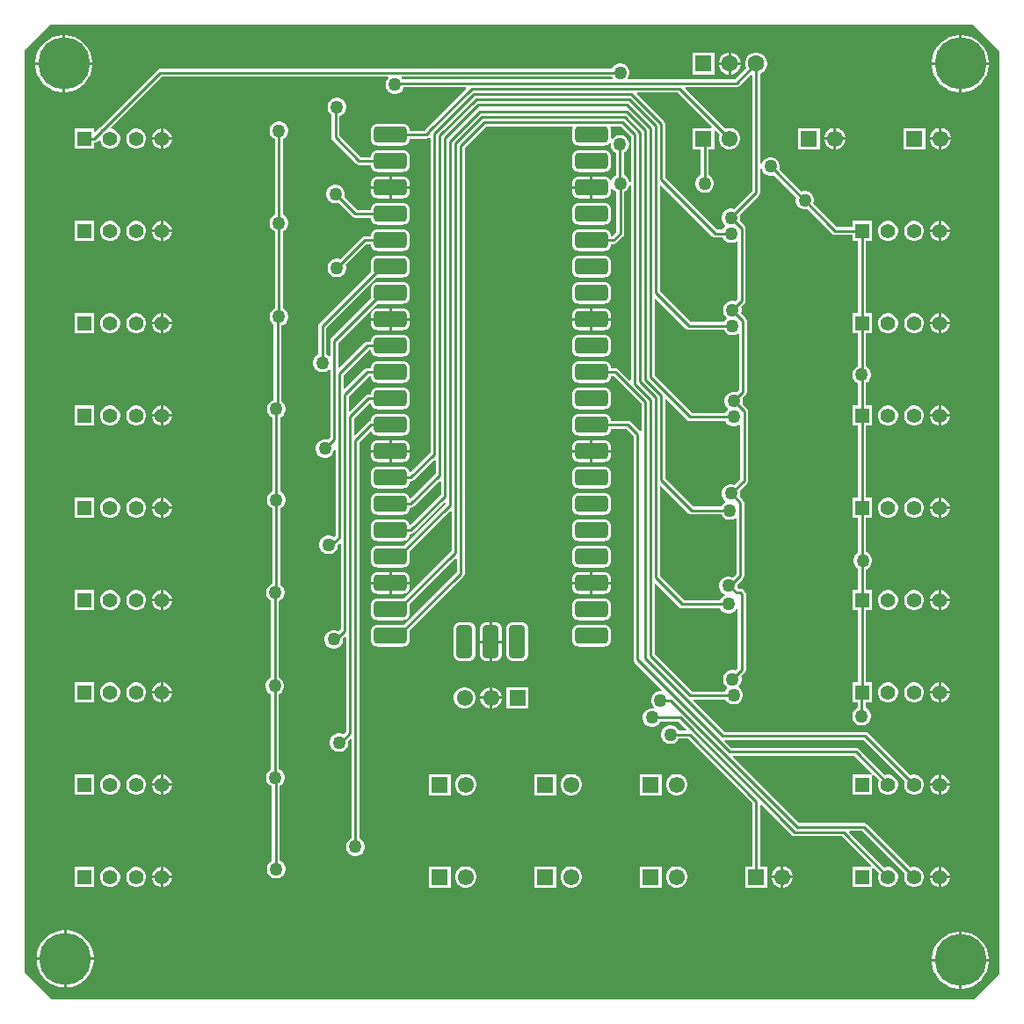
<source format=gbl>
G04*
G04 #@! TF.GenerationSoftware,Altium Limited,Altium Designer,22.0.2 (36)*
G04*
G04 Layer_Physical_Order=2*
G04 Layer_Color=16711680*
%FSLAX25Y25*%
%MOIN*%
G70*
G04*
G04 #@! TF.SameCoordinates,D3D46FE2-1C8D-4EF8-A088-ECFC07646440*
G04*
G04*
G04 #@! TF.FilePolarity,Positive*
G04*
G01*
G75*
%ADD12C,0.01000*%
%ADD25C,0.06102*%
%ADD26R,0.06102X0.06102*%
%ADD27C,0.05512*%
%ADD28R,0.05512X0.05512*%
%ADD31C,0.19685*%
%ADD32C,0.06299*%
%ADD33R,0.06299X0.06299*%
G04:AMPARAMS|DCode=34|XSize=125.98mil|YSize=62.99mil|CornerRadius=15.75mil|HoleSize=0mil|Usage=FLASHONLY|Rotation=0.000|XOffset=0mil|YOffset=0mil|HoleType=Round|Shape=RoundedRectangle|*
%AMROUNDEDRECTD34*
21,1,0.12598,0.03150,0,0,0.0*
21,1,0.09449,0.06299,0,0,0.0*
1,1,0.03150,0.04724,-0.01575*
1,1,0.03150,-0.04724,-0.01575*
1,1,0.03150,-0.04724,0.01575*
1,1,0.03150,0.04724,0.01575*
%
%ADD34ROUNDEDRECTD34*%
G04:AMPARAMS|DCode=35|XSize=62.99mil|YSize=125.98mil|CornerRadius=15.75mil|HoleSize=0mil|Usage=FLASHONLY|Rotation=0.000|XOffset=0mil|YOffset=0mil|HoleType=Round|Shape=RoundedRectangle|*
%AMROUNDEDRECTD35*
21,1,0.06299,0.09449,0,0,0.0*
21,1,0.03150,0.12598,0,0,0.0*
1,1,0.03150,0.01575,-0.04724*
1,1,0.03150,-0.01575,-0.04724*
1,1,0.03150,-0.01575,0.04724*
1,1,0.03150,0.01575,0.04724*
%
%ADD35ROUNDEDRECTD35*%
%ADD36C,0.05000*%
G36*
X373817Y365683D02*
X374957Y364543D01*
Y14957D01*
X365043Y5043D01*
X15331D01*
X5043Y15080D01*
Y365043D01*
X14957Y374957D01*
X364543D01*
X373817Y365683D01*
D02*
G37*
%LPC*%
G36*
X273046Y364150D02*
X273000D01*
Y360500D01*
X276650D01*
Y360546D01*
X276367Y361602D01*
X275820Y362548D01*
X275048Y363320D01*
X274102Y363867D01*
X273046Y364150D01*
D02*
G37*
G36*
X360853Y370843D02*
X360500D01*
Y360500D01*
X370843D01*
Y360853D01*
X370575Y362539D01*
X370048Y364162D01*
X369273Y365683D01*
X368270Y367063D01*
X367063Y368270D01*
X365683Y369273D01*
X364162Y370048D01*
X362539Y370575D01*
X360853Y370843D01*
D02*
G37*
G36*
X359500D02*
X359147D01*
X357461Y370575D01*
X355838Y370048D01*
X354317Y369273D01*
X352937Y368270D01*
X351730Y367063D01*
X350727Y365683D01*
X349952Y364162D01*
X349425Y362539D01*
X349158Y360853D01*
Y360500D01*
X359500D01*
Y370843D01*
D02*
G37*
G36*
X20853D02*
X20500D01*
Y360500D01*
X30843D01*
Y360853D01*
X30575Y362539D01*
X30048Y364162D01*
X29273Y365683D01*
X28270Y367063D01*
X27063Y368270D01*
X25683Y369273D01*
X24162Y370048D01*
X22539Y370575D01*
X20853Y370843D01*
D02*
G37*
G36*
X19500D02*
X19147D01*
X17461Y370575D01*
X15838Y370048D01*
X14317Y369273D01*
X12937Y368270D01*
X11730Y367063D01*
X10727Y365683D01*
X9952Y364162D01*
X9425Y362539D01*
X9157Y360853D01*
Y360500D01*
X19500D01*
Y370843D01*
D02*
G37*
G36*
X272000Y364150D02*
X271954D01*
X270898Y363867D01*
X269952Y363320D01*
X269180Y362548D01*
X268633Y361602D01*
X268350Y360546D01*
Y360500D01*
X272000D01*
Y364150D01*
D02*
G37*
G36*
X276650Y359500D02*
X273000D01*
Y355850D01*
X273046D01*
X274102Y356133D01*
X275048Y356680D01*
X275820Y357452D01*
X276367Y358398D01*
X276650Y359454D01*
Y359500D01*
D02*
G37*
G36*
X272000D02*
X268350D01*
Y359454D01*
X268633Y358398D01*
X269180Y357452D01*
X269952Y356680D01*
X270898Y356133D01*
X271954Y355850D01*
X272000D01*
Y359500D01*
D02*
G37*
G36*
X266650Y364150D02*
X258350D01*
Y355850D01*
X266650D01*
Y364150D01*
D02*
G37*
G36*
X283046D02*
X281954D01*
X280898Y363867D01*
X279952Y363320D01*
X279180Y362548D01*
X278633Y361602D01*
X278350Y360546D01*
Y359454D01*
X278633Y358398D01*
X278671Y358333D01*
X274366Y354029D01*
X234140D01*
X233904Y354529D01*
X234261Y355149D01*
X234500Y356039D01*
Y356961D01*
X234261Y357851D01*
X233801Y358649D01*
X233149Y359301D01*
X232351Y359762D01*
X231461Y360000D01*
X230539D01*
X229649Y359762D01*
X228851Y359301D01*
X228199Y358649D01*
X227841Y358029D01*
X56500D01*
X55915Y357913D01*
X55419Y357581D01*
X33636Y335799D01*
X33633Y335794D01*
X33474Y335672D01*
X33351Y335512D01*
X33347Y335509D01*
X31954Y334117D01*
X31492Y334308D01*
Y335323D01*
X23980D01*
Y327811D01*
X31492D01*
Y330037D01*
X31567D01*
X32152Y330154D01*
X32648Y330486D01*
X33375Y331212D01*
X33848Y330978D01*
X34079Y330117D01*
X34573Y329261D01*
X35273Y328561D01*
X36129Y328067D01*
X37084Y327811D01*
X38073D01*
X39028Y328067D01*
X39885Y328561D01*
X40584Y329261D01*
X41079Y330117D01*
X41335Y331072D01*
Y332061D01*
X41079Y333017D01*
X40584Y333873D01*
X39885Y334572D01*
X39028Y335067D01*
X38168Y335298D01*
X37933Y335770D01*
X57134Y354971D01*
X142814D01*
X143021Y354471D01*
X142699Y354149D01*
X142238Y353351D01*
X142000Y352461D01*
Y351539D01*
X142238Y350649D01*
X142699Y349851D01*
X143351Y349199D01*
X144149Y348739D01*
X145039Y348500D01*
X145961D01*
X146851Y348739D01*
X147649Y349199D01*
X148301Y349851D01*
X148761Y350649D01*
X148848Y350971D01*
X172341D01*
X172532Y350509D01*
X157419Y335395D01*
X157087Y334899D01*
X157050Y334713D01*
X156910Y334573D01*
X151121D01*
Y334618D01*
X151032Y335290D01*
X150773Y335917D01*
X150360Y336455D01*
X149822Y336867D01*
X149196Y337127D01*
X148524Y337215D01*
X139075D01*
X138403Y337127D01*
X137776Y336867D01*
X137238Y336455D01*
X136826Y335917D01*
X136566Y335290D01*
X136478Y334618D01*
Y331469D01*
X136566Y330796D01*
X136826Y330170D01*
X137238Y329632D01*
X137776Y329219D01*
X138403Y328960D01*
X139075Y328871D01*
X148524D01*
X149196Y328960D01*
X149822Y329219D01*
X150360Y329632D01*
X150773Y330170D01*
X151032Y330796D01*
X151121Y331469D01*
Y331514D01*
X157543D01*
X158129Y331630D01*
X158471Y331859D01*
X158971Y331648D01*
Y212578D01*
X151507Y205115D01*
X151364Y205164D01*
X151015Y205330D01*
X150773Y205917D01*
X150360Y206454D01*
X149822Y206867D01*
X149196Y207127D01*
X148524Y207215D01*
X139075D01*
X138403Y207127D01*
X137776Y206867D01*
X137238Y206454D01*
X136826Y205917D01*
X136566Y205290D01*
X136478Y204618D01*
Y201468D01*
X136566Y200796D01*
X136826Y200170D01*
X137238Y199632D01*
X137776Y199219D01*
X138403Y198960D01*
X139075Y198872D01*
X148524D01*
X149196Y198960D01*
X149822Y199219D01*
X150360Y199632D01*
X150773Y200170D01*
X151032Y200796D01*
X151121Y201468D01*
Y201514D01*
X151598D01*
X152184Y201630D01*
X152680Y201962D01*
X160509Y209791D01*
X160971Y209599D01*
Y204578D01*
X151507Y195115D01*
X151364Y195164D01*
X151015Y195330D01*
X150773Y195917D01*
X150360Y196455D01*
X149822Y196867D01*
X149196Y197127D01*
X148524Y197215D01*
X139075D01*
X138403Y197127D01*
X137776Y196867D01*
X137238Y196455D01*
X136826Y195917D01*
X136566Y195290D01*
X136478Y194618D01*
Y191469D01*
X136566Y190796D01*
X136826Y190170D01*
X137238Y189632D01*
X137776Y189219D01*
X138403Y188960D01*
X139075Y188872D01*
X148524D01*
X149196Y188960D01*
X149822Y189219D01*
X150360Y189632D01*
X150773Y190170D01*
X151032Y190796D01*
X151121Y191469D01*
Y191514D01*
X151598D01*
X152184Y191630D01*
X152680Y191962D01*
X162509Y201791D01*
X162971Y201599D01*
Y196578D01*
X151507Y185115D01*
X151364Y185164D01*
X151015Y185330D01*
X150773Y185917D01*
X150360Y186454D01*
X149822Y186867D01*
X149196Y187127D01*
X148524Y187215D01*
X139075D01*
X138403Y187127D01*
X137776Y186867D01*
X137238Y186454D01*
X136826Y185917D01*
X136566Y185290D01*
X136478Y184618D01*
Y181468D01*
X136566Y180796D01*
X136826Y180170D01*
X137238Y179632D01*
X137776Y179219D01*
X138403Y178960D01*
X139075Y178872D01*
X148524D01*
X149196Y178960D01*
X149822Y179219D01*
X150360Y179632D01*
X150773Y180170D01*
X151032Y180796D01*
X151121Y181468D01*
Y181514D01*
X151598D01*
X152184Y181630D01*
X152680Y181962D01*
X164319Y193601D01*
X164845Y193420D01*
X164880Y193137D01*
X148907Y177165D01*
X148524Y177215D01*
X139075D01*
X138403Y177127D01*
X137776Y176867D01*
X137238Y176454D01*
X136826Y175917D01*
X136566Y175290D01*
X136478Y174618D01*
Y171468D01*
X136566Y170796D01*
X136826Y170170D01*
X137238Y169632D01*
X137776Y169219D01*
X138403Y168960D01*
X139075Y168871D01*
X148524D01*
X149196Y168960D01*
X149822Y169219D01*
X150360Y169632D01*
X150773Y170170D01*
X151032Y170796D01*
X151121Y171468D01*
Y174618D01*
X151070Y175002D01*
X166509Y190440D01*
X166971Y190249D01*
Y175228D01*
X148907Y157165D01*
X148524Y157215D01*
X139075D01*
X138403Y157127D01*
X137776Y156867D01*
X137238Y156455D01*
X136826Y155917D01*
X136566Y155290D01*
X136478Y154618D01*
Y151469D01*
X136566Y150796D01*
X136826Y150170D01*
X137238Y149632D01*
X137776Y149219D01*
X138403Y148960D01*
X139075Y148872D01*
X148524D01*
X149196Y148960D01*
X149822Y149219D01*
X150360Y149632D01*
X150773Y150170D01*
X151032Y150796D01*
X151121Y151469D01*
Y154618D01*
X151070Y155002D01*
X168509Y172440D01*
X168971Y172249D01*
Y167228D01*
X148907Y147165D01*
X148524Y147215D01*
X139075D01*
X138403Y147127D01*
X137776Y146867D01*
X137238Y146455D01*
X136826Y145917D01*
X136566Y145290D01*
X136478Y144618D01*
Y141469D01*
X136566Y140796D01*
X136826Y140170D01*
X137238Y139632D01*
X137776Y139219D01*
X138403Y138960D01*
X139075Y138872D01*
X148524D01*
X149196Y138960D01*
X149822Y139219D01*
X150360Y139632D01*
X150773Y140170D01*
X151032Y140796D01*
X151121Y141469D01*
Y144618D01*
X151070Y145002D01*
X171581Y165513D01*
X171913Y166009D01*
X172029Y166595D01*
Y328224D01*
X179969Y336163D01*
X212719D01*
X213020Y335664D01*
X212865Y335290D01*
X212777Y334618D01*
Y331469D01*
X212865Y330796D01*
X213125Y330170D01*
X213538Y329632D01*
X214075Y329219D01*
X214702Y328960D01*
X215374Y328871D01*
X224823D01*
X225495Y328960D01*
X226121Y329219D01*
X226659Y329632D01*
X226823Y329846D01*
X227323Y329676D01*
Y328963D01*
X227562Y328073D01*
X228023Y327275D01*
X228674Y326624D01*
X229382Y326215D01*
Y317607D01*
X228851Y317301D01*
X228199Y316649D01*
X227738Y315851D01*
X227700Y315707D01*
X227173Y315672D01*
X227072Y315917D01*
X226659Y316455D01*
X226121Y316867D01*
X225495Y317127D01*
X224823Y317215D01*
X220598D01*
Y313043D01*
Y308872D01*
X224823D01*
X225495Y308960D01*
X226121Y309219D01*
X226659Y309632D01*
X227072Y310170D01*
X227331Y310796D01*
X227420Y311469D01*
Y312701D01*
X227920Y312835D01*
X228199Y312351D01*
X228851Y311699D01*
X229471Y311342D01*
Y296133D01*
X227920Y294583D01*
X227420Y294597D01*
Y294618D01*
X227331Y295290D01*
X227072Y295917D01*
X226659Y296455D01*
X226121Y296867D01*
X225495Y297127D01*
X224823Y297215D01*
X215374D01*
X214702Y297127D01*
X214075Y296867D01*
X213538Y296455D01*
X213125Y295917D01*
X212865Y295290D01*
X212777Y294618D01*
Y291469D01*
X212865Y290796D01*
X213125Y290170D01*
X213538Y289632D01*
X214075Y289219D01*
X214702Y288960D01*
X215374Y288872D01*
X224823D01*
X225495Y288960D01*
X226121Y289219D01*
X226659Y289632D01*
X227072Y290170D01*
X227331Y290796D01*
X227420Y291469D01*
Y291514D01*
X228543D01*
X229129Y291630D01*
X229625Y291962D01*
X232081Y294419D01*
X232413Y294915D01*
X232529Y295500D01*
Y311342D01*
X233149Y311699D01*
X233801Y312351D01*
X234261Y313149D01*
X234471Y313930D01*
X234971Y313864D01*
Y240032D01*
X234509Y239841D01*
X230224Y244125D01*
X229728Y244456D01*
X229143Y244573D01*
X227420D01*
Y244618D01*
X227331Y245290D01*
X227072Y245917D01*
X226659Y246455D01*
X226121Y246867D01*
X225495Y247127D01*
X224823Y247215D01*
X215374D01*
X214702Y247127D01*
X214075Y246867D01*
X213538Y246455D01*
X213125Y245917D01*
X212865Y245290D01*
X212777Y244618D01*
Y241469D01*
X212865Y240796D01*
X213125Y240170D01*
X213538Y239632D01*
X214075Y239219D01*
X214702Y238960D01*
X215374Y238872D01*
X224823D01*
X225495Y238960D01*
X226121Y239219D01*
X226659Y239632D01*
X227072Y240170D01*
X227331Y240796D01*
X227420Y241469D01*
Y241514D01*
X228509D01*
X238971Y231053D01*
Y220877D01*
X238908Y220829D01*
X238471Y220692D01*
X235038Y224125D01*
X234542Y224456D01*
X233957Y224573D01*
X227420D01*
Y224618D01*
X227331Y225290D01*
X227072Y225917D01*
X226659Y226454D01*
X226121Y226867D01*
X225495Y227127D01*
X224823Y227215D01*
X215374D01*
X214702Y227127D01*
X214075Y226867D01*
X213538Y226454D01*
X213125Y225917D01*
X212865Y225290D01*
X212777Y224618D01*
Y221468D01*
X212865Y220796D01*
X213125Y220170D01*
X213538Y219632D01*
X214075Y219219D01*
X214702Y218960D01*
X215374Y218871D01*
X224823D01*
X225495Y218960D01*
X226121Y219219D01*
X226659Y219632D01*
X227072Y220170D01*
X227331Y220796D01*
X227420Y221468D01*
Y221514D01*
X233323D01*
X235971Y218866D01*
Y134000D01*
X236087Y133415D01*
X236419Y132919D01*
X246921Y122416D01*
X246630Y122000D01*
X245797D01*
X244906Y121762D01*
X244108Y121301D01*
X243457Y120649D01*
X242996Y119851D01*
X242757Y118961D01*
Y118039D01*
X242996Y117149D01*
X243457Y116351D01*
X243911Y115897D01*
X243652Y115449D01*
X243461Y115500D01*
X242539D01*
X241649Y115261D01*
X240851Y114801D01*
X240199Y114149D01*
X239738Y113351D01*
X239500Y112461D01*
Y111539D01*
X239738Y110649D01*
X240199Y109851D01*
X240851Y109199D01*
X241649Y108739D01*
X242539Y108500D01*
X243461D01*
X244351Y108739D01*
X245149Y109199D01*
X245801Y109851D01*
X246159Y110471D01*
X253038D01*
X256017Y107491D01*
X255826Y107029D01*
X253158D01*
X252801Y107649D01*
X252149Y108301D01*
X251351Y108762D01*
X250461Y109000D01*
X249539D01*
X248649Y108762D01*
X247851Y108301D01*
X247199Y107649D01*
X246739Y106851D01*
X246500Y105961D01*
Y105039D01*
X246739Y104149D01*
X247199Y103351D01*
X247851Y102699D01*
X248649Y102239D01*
X249539Y102000D01*
X250461D01*
X251351Y102239D01*
X252149Y102699D01*
X252801Y103351D01*
X253158Y103971D01*
X256710D01*
X281049Y79631D01*
Y55618D01*
X278528D01*
Y47516D01*
X286630D01*
Y55618D01*
X284108D01*
Y78747D01*
X284570Y78939D01*
X296090Y67419D01*
X296586Y67087D01*
X297172Y66971D01*
X315012D01*
X326160Y55823D01*
X325953Y55323D01*
X318980D01*
Y47811D01*
X326492D01*
Y54783D01*
X326992Y54991D01*
X329055Y52928D01*
X328823Y52061D01*
Y51073D01*
X329079Y50117D01*
X329573Y49261D01*
X330273Y48561D01*
X331129Y48067D01*
X332084Y47811D01*
X333073D01*
X334029Y48067D01*
X334885Y48561D01*
X335584Y49261D01*
X336079Y50117D01*
X336335Y51073D01*
Y52061D01*
X336079Y53017D01*
X335584Y53873D01*
X334885Y54572D01*
X334029Y55067D01*
X333073Y55323D01*
X332084D01*
X331218Y55091D01*
X317800Y68509D01*
X317991Y68971D01*
X322855D01*
X338897Y52928D01*
X338665Y52061D01*
Y51073D01*
X338921Y50117D01*
X339416Y49261D01*
X340115Y48561D01*
X340971Y48067D01*
X341927Y47811D01*
X342916D01*
X343871Y48067D01*
X344727Y48561D01*
X345427Y49261D01*
X345921Y50117D01*
X346177Y51073D01*
Y52061D01*
X345921Y53017D01*
X345427Y53873D01*
X344727Y54572D01*
X343871Y55067D01*
X342916Y55323D01*
X341927D01*
X341060Y55091D01*
X324570Y71581D01*
X324074Y71913D01*
X323488Y72029D01*
X298634D01*
X273654Y97009D01*
X273846Y97471D01*
X319866D01*
X326530Y90807D01*
X326307Y90323D01*
X326069Y90323D01*
X318980D01*
Y82811D01*
X326492D01*
Y89864D01*
X326492Y90138D01*
X326976Y90361D01*
X329167Y88170D01*
X329079Y88017D01*
X328823Y87061D01*
Y86072D01*
X329079Y85117D01*
X329573Y84261D01*
X330273Y83561D01*
X331129Y83067D01*
X332084Y82811D01*
X333073D01*
X334029Y83067D01*
X334885Y83561D01*
X335584Y84261D01*
X336079Y85117D01*
X336335Y86072D01*
Y87061D01*
X336079Y88017D01*
X335584Y88873D01*
X334885Y89572D01*
X334029Y90067D01*
X333073Y90323D01*
X332084D01*
X331497Y90166D01*
X321581Y100081D01*
X321085Y100413D01*
X320500Y100529D01*
X273133D01*
X270607Y103056D01*
X270798Y103518D01*
X323307D01*
X338897Y87928D01*
X338665Y87061D01*
Y86072D01*
X338921Y85117D01*
X339416Y84261D01*
X340115Y83561D01*
X340971Y83067D01*
X341927Y82811D01*
X342916D01*
X343871Y83067D01*
X344727Y83561D01*
X345427Y84261D01*
X345921Y85117D01*
X346177Y86072D01*
Y87061D01*
X345921Y88017D01*
X345427Y88873D01*
X344727Y89572D01*
X343871Y90067D01*
X342916Y90323D01*
X341927D01*
X341060Y90091D01*
X325022Y106129D01*
X324526Y106460D01*
X323941Y106577D01*
X270586D01*
X258740Y118423D01*
X258931Y118885D01*
X270891D01*
X271199Y118351D01*
X271851Y117699D01*
X272649Y117238D01*
X273539Y117000D01*
X274461D01*
X275351Y117238D01*
X276149Y117699D01*
X276801Y118351D01*
X277261Y119149D01*
X277500Y120039D01*
Y120961D01*
X277261Y121851D01*
X276801Y122649D01*
X276149Y123301D01*
X276028Y123371D01*
X275945Y123996D01*
X276301Y124351D01*
X276762Y125149D01*
X277000Y126039D01*
Y126961D01*
X276815Y127652D01*
X278214Y129051D01*
X278546Y129547D01*
X278662Y130133D01*
Y158782D01*
X278546Y159367D01*
X278214Y159863D01*
X277628Y160449D01*
X277132Y160780D01*
X276547Y160897D01*
X275780D01*
X275437Y161305D01*
X275500Y161539D01*
Y162461D01*
X275493Y162487D01*
X277581Y164575D01*
X277913Y165072D01*
X278029Y165657D01*
Y193519D01*
X277913Y194104D01*
X277581Y194600D01*
X276358Y195823D01*
X276543Y196515D01*
Y197436D01*
X276358Y198127D01*
X279081Y200851D01*
X279413Y201347D01*
X279529Y201932D01*
Y228000D01*
X279413Y228585D01*
X279081Y229081D01*
X277315Y230848D01*
X277500Y231539D01*
Y232461D01*
X277315Y233152D01*
X278581Y234419D01*
X278913Y234915D01*
X279029Y235500D01*
Y262500D01*
X278913Y263085D01*
X278581Y263581D01*
X276815Y265348D01*
X277000Y266039D01*
Y266961D01*
X276815Y267652D01*
X278081Y268919D01*
X278413Y269415D01*
X278529Y270000D01*
Y297500D01*
X278413Y298085D01*
X278081Y298581D01*
X276315Y300348D01*
X276500Y301039D01*
Y301961D01*
X276315Y302652D01*
X283581Y309919D01*
X283913Y310415D01*
X284029Y311000D01*
Y320364D01*
X284529Y320429D01*
X284738Y319649D01*
X285199Y318851D01*
X285851Y318199D01*
X286649Y317739D01*
X287539Y317500D01*
X288461D01*
X289152Y317685D01*
X297640Y309197D01*
X297505Y308691D01*
Y307770D01*
X297743Y306880D01*
X298204Y306082D01*
X298856Y305430D01*
X299654Y304969D01*
X300544Y304731D01*
X301465D01*
X301971Y304866D01*
X311352Y295485D01*
X311848Y295154D01*
X312433Y295038D01*
X318980D01*
Y292811D01*
X321207D01*
Y265323D01*
X318980D01*
Y257811D01*
X321207D01*
Y245277D01*
X321149Y245262D01*
X320351Y244801D01*
X319699Y244149D01*
X319238Y243351D01*
X319000Y242461D01*
Y241539D01*
X319238Y240649D01*
X319699Y239851D01*
X320351Y239199D01*
X321149Y238738D01*
X321207Y238723D01*
Y230323D01*
X318980D01*
Y222811D01*
X321207D01*
Y195323D01*
X318980D01*
Y187811D01*
X321207D01*
Y174506D01*
X320851Y174301D01*
X320199Y173649D01*
X319739Y172851D01*
X319500Y171961D01*
Y171039D01*
X319739Y170149D01*
X320199Y169351D01*
X320851Y168699D01*
X321207Y168494D01*
Y160323D01*
X318980D01*
Y152811D01*
X321207D01*
Y125323D01*
X318980D01*
Y117811D01*
X320971D01*
Y115658D01*
X320351Y115301D01*
X319699Y114649D01*
X319238Y113851D01*
X319000Y112961D01*
Y112039D01*
X319238Y111149D01*
X319699Y110351D01*
X320351Y109699D01*
X321149Y109239D01*
X322039Y109000D01*
X322961D01*
X323851Y109239D01*
X324649Y109699D01*
X325301Y110351D01*
X325762Y111149D01*
X326000Y112039D01*
Y112961D01*
X325762Y113851D01*
X325301Y114649D01*
X324649Y115301D01*
X324029Y115658D01*
Y117811D01*
X326492D01*
Y125323D01*
X324266D01*
Y152811D01*
X326492D01*
Y160323D01*
X324266D01*
Y168216D01*
X324351Y168238D01*
X325149Y168699D01*
X325801Y169351D01*
X326261Y170149D01*
X326500Y171039D01*
Y171961D01*
X326261Y172851D01*
X325801Y173649D01*
X325149Y174301D01*
X324351Y174761D01*
X324266Y174784D01*
Y187811D01*
X326492D01*
Y195323D01*
X324266D01*
Y222811D01*
X326492D01*
Y230323D01*
X324266D01*
Y238978D01*
X324649Y239199D01*
X325301Y239851D01*
X325762Y240649D01*
X326000Y241539D01*
Y242461D01*
X325762Y243351D01*
X325301Y244149D01*
X324649Y244801D01*
X324266Y245022D01*
Y257811D01*
X326492D01*
Y265323D01*
X324266D01*
Y292811D01*
X326492D01*
Y300323D01*
X318980D01*
Y298096D01*
X313067D01*
X304270Y306893D01*
X304505Y307770D01*
Y308691D01*
X304266Y309581D01*
X303805Y310380D01*
X303154Y311031D01*
X302356Y311492D01*
X301465Y311731D01*
X300544D01*
X299667Y311496D01*
X291315Y319848D01*
X291500Y320539D01*
Y321461D01*
X291262Y322351D01*
X290801Y323149D01*
X290149Y323801D01*
X289351Y324261D01*
X288461Y324500D01*
X287539D01*
X286649Y324261D01*
X285851Y323801D01*
X285199Y323149D01*
X284738Y322351D01*
X284529Y321570D01*
X284029Y321636D01*
Y356114D01*
X284102Y356133D01*
X285048Y356680D01*
X285821Y357452D01*
X286367Y358398D01*
X286650Y359454D01*
Y360546D01*
X286367Y361602D01*
X285821Y362548D01*
X285048Y363320D01*
X284102Y363867D01*
X283046Y364150D01*
D02*
G37*
G36*
X370843Y359500D02*
X360500D01*
Y349158D01*
X360853D01*
X362539Y349425D01*
X364162Y349952D01*
X365683Y350727D01*
X367063Y351730D01*
X368270Y352937D01*
X369273Y354317D01*
X370048Y355838D01*
X370575Y357461D01*
X370843Y359147D01*
Y359500D01*
D02*
G37*
G36*
X359500D02*
X349158D01*
Y359147D01*
X349425Y357461D01*
X349952Y355838D01*
X350727Y354317D01*
X351730Y352937D01*
X352937Y351730D01*
X354317Y350727D01*
X355838Y349952D01*
X357461Y349425D01*
X359147Y349158D01*
X359500D01*
Y359500D01*
D02*
G37*
G36*
X30843D02*
X20500D01*
Y349158D01*
X20853D01*
X22539Y349425D01*
X24162Y349952D01*
X25683Y350727D01*
X27063Y351730D01*
X28270Y352937D01*
X29273Y354317D01*
X30048Y355838D01*
X30575Y357461D01*
X30843Y359147D01*
Y359500D01*
D02*
G37*
G36*
X19500D02*
X9157D01*
Y359147D01*
X9425Y357461D01*
X9952Y355838D01*
X10727Y354317D01*
X11730Y352937D01*
X12937Y351730D01*
X14317Y350727D01*
X15838Y349952D01*
X17461Y349425D01*
X19147Y349158D01*
X19500D01*
Y359500D01*
D02*
G37*
G36*
X352955Y335618D02*
X352921D01*
Y332067D01*
X356472D01*
Y332100D01*
X356196Y333131D01*
X355663Y334054D01*
X354909Y334809D01*
X353985Y335342D01*
X352955Y335618D01*
D02*
G37*
G36*
X351921D02*
X351888D01*
X350857Y335342D01*
X349934Y334809D01*
X349180Y334054D01*
X348646Y333131D01*
X348370Y332100D01*
Y332067D01*
X351921D01*
Y335618D01*
D02*
G37*
G36*
X312955D02*
X312921D01*
Y332067D01*
X316472D01*
Y332100D01*
X316196Y333131D01*
X315663Y334054D01*
X314909Y334809D01*
X313985Y335342D01*
X312955Y335618D01*
D02*
G37*
G36*
X311921D02*
X311888D01*
X310858Y335342D01*
X309934Y334809D01*
X309179Y334054D01*
X308646Y333131D01*
X308370Y332100D01*
Y332067D01*
X311921D01*
Y335618D01*
D02*
G37*
G36*
X57764Y335321D02*
Y332067D01*
X61018D01*
X60764Y333017D01*
X60269Y333873D01*
X59570Y334572D01*
X58714Y335067D01*
X57764Y335321D01*
D02*
G37*
G36*
X56764D02*
X55814Y335067D01*
X54958Y334572D01*
X54258Y333873D01*
X53764Y333017D01*
X53509Y332067D01*
X56764D01*
Y335321D01*
D02*
G37*
G36*
X61018Y331067D02*
X57764D01*
Y327813D01*
X58714Y328067D01*
X59570Y328561D01*
X60269Y329261D01*
X60764Y330117D01*
X61018Y331067D01*
D02*
G37*
G36*
X56764D02*
X53509D01*
X53764Y330117D01*
X54258Y329261D01*
X54958Y328561D01*
X55814Y328067D01*
X56764Y327813D01*
Y331067D01*
D02*
G37*
G36*
X47916Y335323D02*
X46927D01*
X45972Y335067D01*
X45115Y334572D01*
X44416Y333873D01*
X43921Y333017D01*
X43665Y332061D01*
Y331072D01*
X43921Y330117D01*
X44416Y329261D01*
X45115Y328561D01*
X45972Y328067D01*
X46927Y327811D01*
X47916D01*
X48871Y328067D01*
X49727Y328561D01*
X50427Y329261D01*
X50921Y330117D01*
X51177Y331072D01*
Y332061D01*
X50921Y333017D01*
X50427Y333873D01*
X49727Y334572D01*
X48871Y335067D01*
X47916Y335323D01*
D02*
G37*
G36*
X356472Y331067D02*
X352921D01*
Y327516D01*
X352955D01*
X353985Y327792D01*
X354909Y328325D01*
X355663Y329079D01*
X356196Y330003D01*
X356472Y331034D01*
Y331067D01*
D02*
G37*
G36*
X351921D02*
X348370D01*
Y331034D01*
X348646Y330003D01*
X349180Y329079D01*
X349934Y328325D01*
X350857Y327792D01*
X351888Y327516D01*
X351921D01*
Y331067D01*
D02*
G37*
G36*
X346630Y335618D02*
X338528D01*
Y327516D01*
X346630D01*
Y335618D01*
D02*
G37*
G36*
X316472Y331067D02*
X312921D01*
Y327516D01*
X312955D01*
X313985Y327792D01*
X314909Y328325D01*
X315663Y329079D01*
X316196Y330003D01*
X316472Y331034D01*
Y331067D01*
D02*
G37*
G36*
X311921D02*
X308370D01*
Y331034D01*
X308646Y330003D01*
X309179Y329079D01*
X309934Y328325D01*
X310858Y327792D01*
X311888Y327516D01*
X311921D01*
Y331067D01*
D02*
G37*
G36*
X306630Y335618D02*
X298528D01*
Y327516D01*
X306630D01*
Y335618D01*
D02*
G37*
G36*
X224823Y327215D02*
X215374D01*
X214702Y327127D01*
X214075Y326867D01*
X213538Y326454D01*
X213125Y325917D01*
X212865Y325290D01*
X212777Y324618D01*
Y321468D01*
X212865Y320796D01*
X213125Y320170D01*
X213538Y319632D01*
X214075Y319219D01*
X214702Y318960D01*
X215374Y318871D01*
X224823D01*
X225495Y318960D01*
X226121Y319219D01*
X226659Y319632D01*
X227072Y320170D01*
X227331Y320796D01*
X227420Y321468D01*
Y324618D01*
X227331Y325290D01*
X227072Y325917D01*
X226659Y326454D01*
X226121Y326867D01*
X225495Y327127D01*
X224823Y327215D01*
D02*
G37*
G36*
X123961Y347000D02*
X123039D01*
X122149Y346761D01*
X121351Y346301D01*
X120699Y345649D01*
X120238Y344851D01*
X120000Y343961D01*
Y343039D01*
X120238Y342149D01*
X120699Y341351D01*
X121351Y340699D01*
X121471Y340630D01*
Y332000D01*
X121587Y331415D01*
X121919Y330919D01*
X130875Y321962D01*
X131371Y321630D01*
X131957Y321514D01*
X136478D01*
Y321468D01*
X136566Y320796D01*
X136826Y320170D01*
X137238Y319632D01*
X137776Y319219D01*
X138403Y318960D01*
X139075Y318871D01*
X148524D01*
X149196Y318960D01*
X149822Y319219D01*
X150360Y319632D01*
X150773Y320170D01*
X151032Y320796D01*
X151121Y321468D01*
Y324618D01*
X151032Y325290D01*
X150773Y325917D01*
X150360Y326454D01*
X149822Y326867D01*
X149196Y327127D01*
X148524Y327215D01*
X139075D01*
X138403Y327127D01*
X137776Y326867D01*
X137238Y326454D01*
X136826Y325917D01*
X136566Y325290D01*
X136478Y324618D01*
Y324573D01*
X132590D01*
X124529Y332633D01*
Y340152D01*
X124851Y340238D01*
X125649Y340699D01*
X126301Y341351D01*
X126761Y342149D01*
X127000Y343039D01*
Y343961D01*
X126761Y344851D01*
X126301Y345649D01*
X125649Y346301D01*
X124851Y346761D01*
X123961Y347000D01*
D02*
G37*
G36*
X219598Y317215D02*
X215374D01*
X214702Y317127D01*
X214075Y316867D01*
X213538Y316455D01*
X213125Y315917D01*
X212865Y315290D01*
X212777Y314618D01*
Y313543D01*
X219598D01*
Y317215D01*
D02*
G37*
G36*
X148524D02*
X144299D01*
Y313543D01*
X151121D01*
Y314618D01*
X151032Y315290D01*
X150773Y315917D01*
X150360Y316455D01*
X149822Y316867D01*
X149196Y317127D01*
X148524Y317215D01*
D02*
G37*
G36*
X143299D02*
X139075D01*
X138403Y317127D01*
X137776Y316867D01*
X137238Y316455D01*
X136826Y315917D01*
X136566Y315290D01*
X136478Y314618D01*
Y313543D01*
X143299D01*
Y317215D01*
D02*
G37*
G36*
X219598Y312543D02*
X212777D01*
Y311469D01*
X212865Y310796D01*
X213125Y310170D01*
X213538Y309632D01*
X214075Y309219D01*
X214702Y308960D01*
X215374Y308872D01*
X219598D01*
Y312543D01*
D02*
G37*
G36*
X151121D02*
X144299D01*
Y308872D01*
X148524D01*
X149196Y308960D01*
X149822Y309219D01*
X150360Y309632D01*
X150773Y310170D01*
X151032Y310796D01*
X151121Y311469D01*
Y312543D01*
D02*
G37*
G36*
X143299D02*
X136478D01*
Y311469D01*
X136566Y310796D01*
X136826Y310170D01*
X137238Y309632D01*
X137776Y309219D01*
X138403Y308960D01*
X139075Y308872D01*
X143299D01*
Y312543D01*
D02*
G37*
G36*
X224823Y307215D02*
X215374D01*
X214702Y307127D01*
X214075Y306867D01*
X213538Y306454D01*
X213125Y305917D01*
X212865Y305290D01*
X212777Y304618D01*
Y301468D01*
X212865Y300796D01*
X213125Y300170D01*
X213538Y299632D01*
X214075Y299219D01*
X214702Y298960D01*
X215374Y298871D01*
X224823D01*
X225495Y298960D01*
X226121Y299219D01*
X226659Y299632D01*
X227072Y300170D01*
X227331Y300796D01*
X227420Y301468D01*
Y304618D01*
X227331Y305290D01*
X227072Y305917D01*
X226659Y306454D01*
X226121Y306867D01*
X225495Y307127D01*
X224823Y307215D01*
D02*
G37*
G36*
X123461Y314000D02*
X122539D01*
X121649Y313761D01*
X120851Y313301D01*
X120199Y312649D01*
X119738Y311851D01*
X119500Y310961D01*
Y310039D01*
X119738Y309149D01*
X120199Y308351D01*
X120851Y307699D01*
X121649Y307239D01*
X122539Y307000D01*
X123461D01*
X124152Y307185D01*
X129375Y301962D01*
X129871Y301630D01*
X130457Y301514D01*
X136478D01*
Y301468D01*
X136566Y300796D01*
X136826Y300170D01*
X137238Y299632D01*
X137776Y299219D01*
X138403Y298960D01*
X139075Y298871D01*
X148524D01*
X149196Y298960D01*
X149822Y299219D01*
X150360Y299632D01*
X150773Y300170D01*
X151032Y300796D01*
X151121Y301468D01*
Y304618D01*
X151032Y305290D01*
X150773Y305917D01*
X150360Y306454D01*
X149822Y306867D01*
X149196Y307127D01*
X148524Y307215D01*
X139075D01*
X138403Y307127D01*
X137776Y306867D01*
X137238Y306454D01*
X136826Y305917D01*
X136566Y305290D01*
X136478Y304618D01*
Y304573D01*
X131090D01*
X126315Y309348D01*
X126500Y310039D01*
Y310961D01*
X126261Y311851D01*
X125801Y312649D01*
X125149Y313301D01*
X124351Y313761D01*
X123461Y314000D01*
D02*
G37*
G36*
X57764Y300321D02*
Y297067D01*
X61018D01*
X60764Y298017D01*
X60269Y298873D01*
X59570Y299572D01*
X58714Y300067D01*
X57764Y300321D01*
D02*
G37*
G36*
X352764Y300321D02*
Y297067D01*
X356018D01*
X355764Y298017D01*
X355269Y298873D01*
X354570Y299572D01*
X353713Y300067D01*
X352764Y300321D01*
D02*
G37*
G36*
X351764Y300321D02*
X350814Y300067D01*
X349958Y299572D01*
X349258Y298873D01*
X348764Y298017D01*
X348509Y297067D01*
X351764D01*
Y300321D01*
D02*
G37*
G36*
X56764Y300321D02*
X55814Y300067D01*
X54958Y299572D01*
X54258Y298873D01*
X53764Y298017D01*
X53509Y297067D01*
X56764D01*
Y300321D01*
D02*
G37*
G36*
X351764Y296067D02*
X348509D01*
X348764Y295117D01*
X349258Y294261D01*
X349958Y293562D01*
X350814Y293067D01*
X351764Y292812D01*
Y296067D01*
D02*
G37*
G36*
X61018D02*
X57764D01*
Y292812D01*
X58714Y293067D01*
X59570Y293562D01*
X60269Y294261D01*
X60764Y295117D01*
X61018Y296067D01*
D02*
G37*
G36*
X56764D02*
X53509D01*
X53764Y295117D01*
X54258Y294261D01*
X54958Y293562D01*
X55814Y293067D01*
X56764Y292812D01*
Y296067D01*
D02*
G37*
G36*
X356018D02*
X352764D01*
Y292812D01*
X353713Y293067D01*
X354570Y293562D01*
X355269Y294261D01*
X355764Y295117D01*
X356018Y296067D01*
D02*
G37*
G36*
X342916Y300323D02*
X341927D01*
X340971Y300067D01*
X340115Y299572D01*
X339416Y298873D01*
X338921Y298017D01*
X338665Y297061D01*
Y296073D01*
X338921Y295117D01*
X339416Y294261D01*
X340115Y293562D01*
X340971Y293067D01*
X341927Y292811D01*
X342916D01*
X343871Y293067D01*
X344727Y293562D01*
X345427Y294261D01*
X345921Y295117D01*
X346177Y296073D01*
Y297061D01*
X345921Y298017D01*
X345427Y298873D01*
X344727Y299572D01*
X343871Y300067D01*
X342916Y300323D01*
D02*
G37*
G36*
X333073D02*
X332084D01*
X331129Y300067D01*
X330273Y299572D01*
X329573Y298873D01*
X329079Y298017D01*
X328823Y297061D01*
Y296073D01*
X329079Y295117D01*
X329573Y294261D01*
X330273Y293562D01*
X331129Y293067D01*
X332084Y292811D01*
X333073D01*
X334029Y293067D01*
X334885Y293562D01*
X335584Y294261D01*
X336079Y295117D01*
X336335Y296073D01*
Y297061D01*
X336079Y298017D01*
X335584Y298873D01*
X334885Y299572D01*
X334029Y300067D01*
X333073Y300323D01*
D02*
G37*
G36*
X47916D02*
X46927D01*
X45972Y300067D01*
X45115Y299572D01*
X44416Y298873D01*
X43921Y298017D01*
X43665Y297061D01*
Y296073D01*
X43921Y295117D01*
X44416Y294261D01*
X45115Y293562D01*
X45972Y293067D01*
X46927Y292811D01*
X47916D01*
X48871Y293067D01*
X49727Y293562D01*
X50427Y294261D01*
X50921Y295117D01*
X51177Y296073D01*
Y297061D01*
X50921Y298017D01*
X50427Y298873D01*
X49727Y299572D01*
X48871Y300067D01*
X47916Y300323D01*
D02*
G37*
G36*
X38073D02*
X37084D01*
X36129Y300067D01*
X35273Y299572D01*
X34573Y298873D01*
X34079Y298017D01*
X33823Y297061D01*
Y296073D01*
X34079Y295117D01*
X34573Y294261D01*
X35273Y293562D01*
X36129Y293067D01*
X37084Y292811D01*
X38073D01*
X39028Y293067D01*
X39885Y293562D01*
X40584Y294261D01*
X41079Y295117D01*
X41335Y296073D01*
Y297061D01*
X41079Y298017D01*
X40584Y298873D01*
X39885Y299572D01*
X39028Y300067D01*
X38073Y300323D01*
D02*
G37*
G36*
X31492D02*
X23980D01*
Y292811D01*
X31492D01*
Y300323D01*
D02*
G37*
G36*
X148524Y297215D02*
X139075D01*
X138403Y297127D01*
X137776Y296867D01*
X137238Y296455D01*
X136826Y295917D01*
X136566Y295290D01*
X136478Y294618D01*
Y294573D01*
X134043D01*
X133458Y294456D01*
X132962Y294125D01*
X124652Y285815D01*
X123961Y286000D01*
X123039D01*
X122149Y285761D01*
X121351Y285301D01*
X120699Y284649D01*
X120238Y283851D01*
X120000Y282961D01*
Y282039D01*
X120238Y281149D01*
X120699Y280351D01*
X121351Y279699D01*
X122149Y279239D01*
X123039Y279000D01*
X123961D01*
X124851Y279239D01*
X125649Y279699D01*
X126301Y280351D01*
X126761Y281149D01*
X127000Y282039D01*
Y282961D01*
X126815Y283652D01*
X134677Y291514D01*
X136478D01*
Y291469D01*
X136566Y290796D01*
X136826Y290170D01*
X137238Y289632D01*
X137776Y289219D01*
X138403Y288960D01*
X139075Y288872D01*
X148524D01*
X149196Y288960D01*
X149822Y289219D01*
X150360Y289632D01*
X150773Y290170D01*
X151032Y290796D01*
X151121Y291469D01*
Y294618D01*
X151032Y295290D01*
X150773Y295917D01*
X150360Y296455D01*
X149822Y296867D01*
X149196Y297127D01*
X148524Y297215D01*
D02*
G37*
G36*
X224823Y287215D02*
X215374D01*
X214702Y287127D01*
X214075Y286867D01*
X213538Y286455D01*
X213125Y285917D01*
X212865Y285290D01*
X212777Y284618D01*
Y281469D01*
X212865Y280796D01*
X213125Y280170D01*
X213538Y279632D01*
X214075Y279219D01*
X214702Y278960D01*
X215374Y278871D01*
X224823D01*
X225495Y278960D01*
X226121Y279219D01*
X226659Y279632D01*
X227072Y280170D01*
X227331Y280796D01*
X227420Y281469D01*
Y284618D01*
X227331Y285290D01*
X227072Y285917D01*
X226659Y286455D01*
X226121Y286867D01*
X225495Y287127D01*
X224823Y287215D01*
D02*
G37*
G36*
X148524D02*
X139075D01*
X138403Y287127D01*
X137776Y286867D01*
X137238Y286455D01*
X136826Y285917D01*
X136566Y285290D01*
X136478Y284618D01*
Y281469D01*
X136528Y281085D01*
X116919Y261475D01*
X116587Y260979D01*
X116471Y260394D01*
Y249658D01*
X115851Y249301D01*
X115199Y248649D01*
X114739Y247851D01*
X114500Y246961D01*
Y246039D01*
X114739Y245149D01*
X115199Y244351D01*
X115851Y243699D01*
X116649Y243238D01*
X117539Y243000D01*
X118461D01*
X119351Y243238D01*
X120149Y243699D01*
X120471Y244021D01*
X120971Y243814D01*
Y218133D01*
X120152Y217315D01*
X119461Y217500D01*
X118539D01*
X117649Y217262D01*
X116851Y216801D01*
X116199Y216149D01*
X115738Y215351D01*
X115500Y214461D01*
Y213539D01*
X115738Y212649D01*
X116199Y211851D01*
X116851Y211199D01*
X117649Y210738D01*
X118539Y210500D01*
X119461D01*
X120351Y210738D01*
X121149Y211199D01*
X121801Y211851D01*
X122262Y212649D01*
X122471Y213429D01*
X122971Y213364D01*
Y180880D01*
X122456Y180365D01*
X121769Y180762D01*
X120879Y181000D01*
X119958D01*
X119068Y180762D01*
X118269Y180301D01*
X117618Y179649D01*
X117157Y178851D01*
X116919Y177961D01*
Y177039D01*
X117157Y176149D01*
X117618Y175351D01*
X118269Y174699D01*
X119068Y174239D01*
X119958Y174000D01*
X120879D01*
X121769Y174239D01*
X122567Y174699D01*
X123219Y175351D01*
X123680Y176149D01*
X123918Y177039D01*
Y177528D01*
X123996Y177580D01*
X124509Y178093D01*
X124971Y177901D01*
Y145424D01*
X124212Y144665D01*
X123769Y144921D01*
X122879Y145159D01*
X121958D01*
X121068Y144921D01*
X120269Y144460D01*
X119618Y143808D01*
X119157Y143010D01*
X118919Y142120D01*
Y141199D01*
X119157Y140308D01*
X119618Y139510D01*
X120269Y138859D01*
X121068Y138398D01*
X121958Y138159D01*
X122879D01*
X123769Y138398D01*
X124567Y138859D01*
X125219Y139510D01*
X125680Y140308D01*
X125918Y141199D01*
Y142046D01*
X126509Y142636D01*
X126971Y142445D01*
Y106633D01*
X125978Y105641D01*
X125769Y105762D01*
X124879Y106000D01*
X123958D01*
X123067Y105762D01*
X122269Y105301D01*
X121618Y104649D01*
X121157Y103851D01*
X120919Y102961D01*
Y102039D01*
X121157Y101149D01*
X121618Y100351D01*
X122269Y99699D01*
X123067Y99239D01*
X123958Y99000D01*
X124879D01*
X125769Y99239D01*
X126567Y99699D01*
X127219Y100351D01*
X127680Y101149D01*
X127919Y102039D01*
Y102961D01*
X127856Y103193D01*
X128509Y103846D01*
X128971Y103654D01*
Y66158D01*
X128351Y65801D01*
X127699Y65149D01*
X127239Y64351D01*
X127000Y63461D01*
Y62539D01*
X127239Y61649D01*
X127699Y60851D01*
X128351Y60199D01*
X129149Y59738D01*
X130039Y59500D01*
X130961D01*
X131851Y59738D01*
X132649Y60199D01*
X133301Y60851D01*
X133762Y61649D01*
X134000Y62539D01*
Y63461D01*
X133762Y64351D01*
X133301Y65149D01*
X132649Y65801D01*
X132029Y66158D01*
Y216367D01*
X136152Y220489D01*
X136742Y220372D01*
X136826Y220170D01*
X137238Y219632D01*
X137776Y219219D01*
X138403Y218960D01*
X139075Y218871D01*
X148524D01*
X149196Y218960D01*
X149822Y219219D01*
X150360Y219632D01*
X150773Y220170D01*
X151032Y220796D01*
X151121Y221468D01*
Y224618D01*
X151032Y225290D01*
X150773Y225917D01*
X150360Y226454D01*
X149822Y226867D01*
X149196Y227127D01*
X148524Y227215D01*
X139075D01*
X138403Y227127D01*
X137776Y226867D01*
X137238Y226454D01*
X136826Y225917D01*
X136566Y225290D01*
X136478Y224618D01*
Y224594D01*
X136001Y224499D01*
X135504Y224167D01*
X130491Y219154D01*
X130029Y219346D01*
Y225366D01*
X135992Y231329D01*
X136520Y231150D01*
X136566Y230796D01*
X136826Y230170D01*
X137238Y229632D01*
X137776Y229219D01*
X138403Y228960D01*
X139075Y228871D01*
X148524D01*
X149196Y228960D01*
X149822Y229219D01*
X150360Y229632D01*
X150773Y230170D01*
X151032Y230796D01*
X151121Y231469D01*
Y234618D01*
X151032Y235290D01*
X150773Y235917D01*
X150360Y236455D01*
X149822Y236867D01*
X149196Y237127D01*
X148524Y237215D01*
X139075D01*
X138403Y237127D01*
X137776Y236867D01*
X137238Y236455D01*
X136826Y235917D01*
X136566Y235290D01*
X136478Y234618D01*
Y234573D01*
X135543D01*
X134958Y234456D01*
X134462Y234125D01*
X128491Y228154D01*
X128029Y228346D01*
Y233867D01*
X135719Y241556D01*
X136478D01*
Y241469D01*
X136566Y240796D01*
X136826Y240170D01*
X137238Y239632D01*
X137776Y239219D01*
X138403Y238960D01*
X139075Y238872D01*
X148524D01*
X149196Y238960D01*
X149822Y239219D01*
X150360Y239632D01*
X150773Y240170D01*
X151032Y240796D01*
X151121Y241469D01*
Y244618D01*
X151032Y245290D01*
X150773Y245917D01*
X150360Y246455D01*
X149822Y246867D01*
X149196Y247127D01*
X148524Y247215D01*
X139075D01*
X138403Y247127D01*
X137776Y246867D01*
X137238Y246455D01*
X136826Y245917D01*
X136566Y245290D01*
X136478Y244618D01*
Y244615D01*
X135086D01*
X134501Y244499D01*
X134004Y244167D01*
X126491Y236654D01*
X126029Y236846D01*
Y241866D01*
X135677Y251514D01*
X136478D01*
Y251468D01*
X136566Y250796D01*
X136826Y250170D01*
X137238Y249632D01*
X137776Y249219D01*
X138403Y248960D01*
X139075Y248871D01*
X148524D01*
X149196Y248960D01*
X149822Y249219D01*
X150360Y249632D01*
X150773Y250170D01*
X151032Y250796D01*
X151121Y251468D01*
Y254618D01*
X151032Y255290D01*
X150773Y255917D01*
X150360Y256454D01*
X149822Y256867D01*
X149196Y257127D01*
X148524Y257215D01*
X139075D01*
X138403Y257127D01*
X137776Y256867D01*
X137238Y256454D01*
X136826Y255917D01*
X136566Y255290D01*
X136478Y254618D01*
Y254573D01*
X135043D01*
X134458Y254456D01*
X133962Y254125D01*
X124491Y244654D01*
X124029Y244846D01*
Y254260D01*
X138691Y268922D01*
X139075Y268871D01*
X148524D01*
X149196Y268960D01*
X149822Y269219D01*
X150360Y269632D01*
X150773Y270170D01*
X151032Y270796D01*
X151121Y271468D01*
Y274618D01*
X151032Y275290D01*
X150773Y275917D01*
X150360Y276454D01*
X149822Y276867D01*
X149196Y277127D01*
X148524Y277215D01*
X139075D01*
X138403Y277127D01*
X137776Y276867D01*
X137238Y276454D01*
X136826Y275917D01*
X136566Y275290D01*
X136478Y274618D01*
Y271468D01*
X136528Y271085D01*
X121419Y255975D01*
X121087Y255479D01*
X120971Y254894D01*
Y249186D01*
X120471Y248979D01*
X120149Y249301D01*
X119529Y249658D01*
Y259760D01*
X138691Y278922D01*
X139075Y278871D01*
X148524D01*
X149196Y278960D01*
X149822Y279219D01*
X150360Y279632D01*
X150773Y280170D01*
X151032Y280796D01*
X151121Y281469D01*
Y284618D01*
X151032Y285290D01*
X150773Y285917D01*
X150360Y286455D01*
X149822Y286867D01*
X149196Y287127D01*
X148524Y287215D01*
D02*
G37*
G36*
X224823Y277215D02*
X215374D01*
X214702Y277127D01*
X214075Y276867D01*
X213538Y276454D01*
X213125Y275917D01*
X212865Y275290D01*
X212777Y274618D01*
Y271468D01*
X212865Y270796D01*
X213125Y270170D01*
X213538Y269632D01*
X214075Y269219D01*
X214702Y268960D01*
X215374Y268871D01*
X224823D01*
X225495Y268960D01*
X226121Y269219D01*
X226659Y269632D01*
X227072Y270170D01*
X227331Y270796D01*
X227420Y271468D01*
Y274618D01*
X227331Y275290D01*
X227072Y275917D01*
X226659Y276454D01*
X226121Y276867D01*
X225495Y277127D01*
X224823Y277215D01*
D02*
G37*
G36*
Y267215D02*
X220598D01*
Y263543D01*
X227420D01*
Y264618D01*
X227331Y265290D01*
X227072Y265917D01*
X226659Y266455D01*
X226121Y266867D01*
X225495Y267127D01*
X224823Y267215D01*
D02*
G37*
G36*
X219598D02*
X215374D01*
X214702Y267127D01*
X214075Y266867D01*
X213538Y266455D01*
X213125Y265917D01*
X212865Y265290D01*
X212777Y264618D01*
Y263543D01*
X219598D01*
Y267215D01*
D02*
G37*
G36*
X148524D02*
X144299D01*
Y263543D01*
X151121D01*
Y264618D01*
X151032Y265290D01*
X150773Y265917D01*
X150360Y266455D01*
X149822Y266867D01*
X149196Y267127D01*
X148524Y267215D01*
D02*
G37*
G36*
X143299D02*
X139075D01*
X138403Y267127D01*
X137776Y266867D01*
X137238Y266455D01*
X136826Y265917D01*
X136566Y265290D01*
X136478Y264618D01*
Y263543D01*
X143299D01*
Y267215D01*
D02*
G37*
G36*
X57764Y265321D02*
Y262067D01*
X61018D01*
X60764Y263017D01*
X60269Y263873D01*
X59570Y264572D01*
X58714Y265067D01*
X57764Y265321D01*
D02*
G37*
G36*
X352764Y265321D02*
Y262067D01*
X356018D01*
X355764Y263017D01*
X355269Y263873D01*
X354570Y264572D01*
X353713Y265067D01*
X352764Y265321D01*
D02*
G37*
G36*
X351764Y265321D02*
X350814Y265067D01*
X349958Y264572D01*
X349258Y263873D01*
X348764Y263017D01*
X348509Y262067D01*
X351764D01*
Y265321D01*
D02*
G37*
G36*
X56764Y265321D02*
X55814Y265067D01*
X54958Y264572D01*
X54258Y263873D01*
X53764Y263017D01*
X53509Y262067D01*
X56764D01*
Y265321D01*
D02*
G37*
G36*
X227420Y262543D02*
X220598D01*
Y258872D01*
X224823D01*
X225495Y258960D01*
X226121Y259219D01*
X226659Y259632D01*
X227072Y260170D01*
X227331Y260796D01*
X227420Y261469D01*
Y262543D01*
D02*
G37*
G36*
X219598D02*
X212777D01*
Y261469D01*
X212865Y260796D01*
X213125Y260170D01*
X213538Y259632D01*
X214075Y259219D01*
X214702Y258960D01*
X215374Y258872D01*
X219598D01*
Y262543D01*
D02*
G37*
G36*
X151121D02*
X144299D01*
Y258872D01*
X148524D01*
X149196Y258960D01*
X149822Y259219D01*
X150360Y259632D01*
X150773Y260170D01*
X151032Y260796D01*
X151121Y261469D01*
Y262543D01*
D02*
G37*
G36*
X143299D02*
X136478D01*
Y261469D01*
X136566Y260796D01*
X136826Y260170D01*
X137238Y259632D01*
X137776Y259219D01*
X138403Y258960D01*
X139075Y258872D01*
X143299D01*
Y262543D01*
D02*
G37*
G36*
X351764Y261067D02*
X348509D01*
X348764Y260117D01*
X349258Y259261D01*
X349958Y258561D01*
X350814Y258067D01*
X351764Y257812D01*
Y261067D01*
D02*
G37*
G36*
X61018D02*
X57764D01*
Y257812D01*
X58714Y258067D01*
X59570Y258561D01*
X60269Y259261D01*
X60764Y260117D01*
X61018Y261067D01*
D02*
G37*
G36*
X56764D02*
X53509D01*
X53764Y260117D01*
X54258Y259261D01*
X54958Y258561D01*
X55814Y258067D01*
X56764Y257812D01*
Y261067D01*
D02*
G37*
G36*
X356018D02*
X352764D01*
Y257812D01*
X353713Y258067D01*
X354570Y258561D01*
X355269Y259261D01*
X355764Y260117D01*
X356018Y261067D01*
D02*
G37*
G36*
X342916Y265323D02*
X341927D01*
X340971Y265067D01*
X340115Y264572D01*
X339416Y263873D01*
X338921Y263017D01*
X338665Y262061D01*
Y261072D01*
X338921Y260117D01*
X339416Y259261D01*
X340115Y258561D01*
X340971Y258067D01*
X341927Y257811D01*
X342916D01*
X343871Y258067D01*
X344727Y258561D01*
X345427Y259261D01*
X345921Y260117D01*
X346177Y261072D01*
Y262061D01*
X345921Y263017D01*
X345427Y263873D01*
X344727Y264572D01*
X343871Y265067D01*
X342916Y265323D01*
D02*
G37*
G36*
X333073D02*
X332084D01*
X331129Y265067D01*
X330273Y264572D01*
X329573Y263873D01*
X329079Y263017D01*
X328823Y262061D01*
Y261072D01*
X329079Y260117D01*
X329573Y259261D01*
X330273Y258561D01*
X331129Y258067D01*
X332084Y257811D01*
X333073D01*
X334029Y258067D01*
X334885Y258561D01*
X335584Y259261D01*
X336079Y260117D01*
X336335Y261072D01*
Y262061D01*
X336079Y263017D01*
X335584Y263873D01*
X334885Y264572D01*
X334029Y265067D01*
X333073Y265323D01*
D02*
G37*
G36*
X47916D02*
X46927D01*
X45972Y265067D01*
X45115Y264572D01*
X44416Y263873D01*
X43921Y263017D01*
X43665Y262061D01*
Y261072D01*
X43921Y260117D01*
X44416Y259261D01*
X45115Y258561D01*
X45972Y258067D01*
X46927Y257811D01*
X47916D01*
X48871Y258067D01*
X49727Y258561D01*
X50427Y259261D01*
X50921Y260117D01*
X51177Y261072D01*
Y262061D01*
X50921Y263017D01*
X50427Y263873D01*
X49727Y264572D01*
X48871Y265067D01*
X47916Y265323D01*
D02*
G37*
G36*
X38073D02*
X37084D01*
X36129Y265067D01*
X35273Y264572D01*
X34573Y263873D01*
X34079Y263017D01*
X33823Y262061D01*
Y261072D01*
X34079Y260117D01*
X34573Y259261D01*
X35273Y258561D01*
X36129Y258067D01*
X37084Y257811D01*
X38073D01*
X39028Y258067D01*
X39885Y258561D01*
X40584Y259261D01*
X41079Y260117D01*
X41335Y261072D01*
Y262061D01*
X41079Y263017D01*
X40584Y263873D01*
X39885Y264572D01*
X39028Y265067D01*
X38073Y265323D01*
D02*
G37*
G36*
X31492D02*
X23980D01*
Y257811D01*
X31492D01*
Y265323D01*
D02*
G37*
G36*
X224823Y257215D02*
X215374D01*
X214702Y257127D01*
X214075Y256867D01*
X213538Y256454D01*
X213125Y255917D01*
X212865Y255290D01*
X212777Y254618D01*
Y251468D01*
X212865Y250796D01*
X213125Y250170D01*
X213538Y249632D01*
X214075Y249219D01*
X214702Y248960D01*
X215374Y248871D01*
X224823D01*
X225495Y248960D01*
X226121Y249219D01*
X226659Y249632D01*
X227072Y250170D01*
X227331Y250796D01*
X227420Y251468D01*
Y254618D01*
X227331Y255290D01*
X227072Y255917D01*
X226659Y256454D01*
X226121Y256867D01*
X225495Y257127D01*
X224823Y257215D01*
D02*
G37*
G36*
Y237215D02*
X215374D01*
X214702Y237127D01*
X214075Y236867D01*
X213538Y236455D01*
X213125Y235917D01*
X212865Y235290D01*
X212777Y234618D01*
Y231469D01*
X212865Y230796D01*
X213125Y230170D01*
X213538Y229632D01*
X214075Y229219D01*
X214702Y228960D01*
X215374Y228871D01*
X224823D01*
X225495Y228960D01*
X226121Y229219D01*
X226659Y229632D01*
X227072Y230170D01*
X227331Y230796D01*
X227420Y231469D01*
Y234618D01*
X227331Y235290D01*
X227072Y235917D01*
X226659Y236455D01*
X226121Y236867D01*
X225495Y237127D01*
X224823Y237215D01*
D02*
G37*
G36*
X57764Y230321D02*
Y227067D01*
X61018D01*
X60764Y228017D01*
X60269Y228873D01*
X59570Y229572D01*
X58714Y230067D01*
X57764Y230321D01*
D02*
G37*
G36*
X352764Y230321D02*
Y227067D01*
X356018D01*
X355764Y228017D01*
X355269Y228873D01*
X354570Y229572D01*
X353713Y230067D01*
X352764Y230321D01*
D02*
G37*
G36*
X351764Y230321D02*
X350814Y230067D01*
X349958Y229572D01*
X349258Y228873D01*
X348764Y228017D01*
X348509Y227067D01*
X351764D01*
Y230321D01*
D02*
G37*
G36*
X56764Y230321D02*
X55814Y230067D01*
X54958Y229572D01*
X54258Y228873D01*
X53764Y228017D01*
X53509Y227067D01*
X56764D01*
Y230321D01*
D02*
G37*
G36*
X351764Y226067D02*
X348509D01*
X348764Y225117D01*
X349258Y224261D01*
X349958Y223562D01*
X350814Y223067D01*
X351764Y222813D01*
Y226067D01*
D02*
G37*
G36*
X61018D02*
X57764D01*
Y222813D01*
X58714Y223067D01*
X59570Y223562D01*
X60269Y224261D01*
X60764Y225117D01*
X61018Y226067D01*
D02*
G37*
G36*
X56764D02*
X53509D01*
X53764Y225117D01*
X54258Y224261D01*
X54958Y223562D01*
X55814Y223067D01*
X56764Y222813D01*
Y226067D01*
D02*
G37*
G36*
X356018D02*
X352764D01*
Y222813D01*
X353713Y223067D01*
X354570Y223562D01*
X355269Y224261D01*
X355764Y225117D01*
X356018Y226067D01*
D02*
G37*
G36*
X342916Y230323D02*
X341927D01*
X340971Y230067D01*
X340115Y229572D01*
X339416Y228873D01*
X338921Y228017D01*
X338665Y227061D01*
Y226073D01*
X338921Y225117D01*
X339416Y224261D01*
X340115Y223562D01*
X340971Y223067D01*
X341927Y222811D01*
X342916D01*
X343871Y223067D01*
X344727Y223562D01*
X345427Y224261D01*
X345921Y225117D01*
X346177Y226073D01*
Y227061D01*
X345921Y228017D01*
X345427Y228873D01*
X344727Y229572D01*
X343871Y230067D01*
X342916Y230323D01*
D02*
G37*
G36*
X333073D02*
X332084D01*
X331129Y230067D01*
X330273Y229572D01*
X329573Y228873D01*
X329079Y228017D01*
X328823Y227061D01*
Y226073D01*
X329079Y225117D01*
X329573Y224261D01*
X330273Y223562D01*
X331129Y223067D01*
X332084Y222811D01*
X333073D01*
X334029Y223067D01*
X334885Y223562D01*
X335584Y224261D01*
X336079Y225117D01*
X336335Y226073D01*
Y227061D01*
X336079Y228017D01*
X335584Y228873D01*
X334885Y229572D01*
X334029Y230067D01*
X333073Y230323D01*
D02*
G37*
G36*
X47916D02*
X46927D01*
X45972Y230067D01*
X45115Y229572D01*
X44416Y228873D01*
X43921Y228017D01*
X43665Y227061D01*
Y226073D01*
X43921Y225117D01*
X44416Y224261D01*
X45115Y223562D01*
X45972Y223067D01*
X46927Y222811D01*
X47916D01*
X48871Y223067D01*
X49727Y223562D01*
X50427Y224261D01*
X50921Y225117D01*
X51177Y226073D01*
Y227061D01*
X50921Y228017D01*
X50427Y228873D01*
X49727Y229572D01*
X48871Y230067D01*
X47916Y230323D01*
D02*
G37*
G36*
X38073D02*
X37084D01*
X36129Y230067D01*
X35273Y229572D01*
X34573Y228873D01*
X34079Y228017D01*
X33823Y227061D01*
Y226073D01*
X34079Y225117D01*
X34573Y224261D01*
X35273Y223562D01*
X36129Y223067D01*
X37084Y222811D01*
X38073D01*
X39028Y223067D01*
X39885Y223562D01*
X40584Y224261D01*
X41079Y225117D01*
X41335Y226073D01*
Y227061D01*
X41079Y228017D01*
X40584Y228873D01*
X39885Y229572D01*
X39028Y230067D01*
X38073Y230323D01*
D02*
G37*
G36*
X31492D02*
X23980D01*
Y222811D01*
X31492D01*
Y230323D01*
D02*
G37*
G36*
X224823Y217215D02*
X220598D01*
Y213543D01*
X227420D01*
Y214618D01*
X227331Y215290D01*
X227072Y215917D01*
X226659Y216455D01*
X226121Y216867D01*
X225495Y217127D01*
X224823Y217215D01*
D02*
G37*
G36*
X219598D02*
X215374D01*
X214702Y217127D01*
X214075Y216867D01*
X213538Y216455D01*
X213125Y215917D01*
X212865Y215290D01*
X212777Y214618D01*
Y213543D01*
X219598D01*
Y217215D01*
D02*
G37*
G36*
X148524D02*
X144299D01*
Y213543D01*
X151121D01*
Y214618D01*
X151032Y215290D01*
X150773Y215917D01*
X150360Y216455D01*
X149822Y216867D01*
X149196Y217127D01*
X148524Y217215D01*
D02*
G37*
G36*
X143299D02*
X139075D01*
X138403Y217127D01*
X137776Y216867D01*
X137238Y216455D01*
X136826Y215917D01*
X136566Y215290D01*
X136478Y214618D01*
Y213543D01*
X143299D01*
Y217215D01*
D02*
G37*
G36*
X227420Y212543D02*
X220598D01*
Y208872D01*
X224823D01*
X225495Y208960D01*
X226121Y209219D01*
X226659Y209632D01*
X227072Y210170D01*
X227331Y210796D01*
X227420Y211469D01*
Y212543D01*
D02*
G37*
G36*
X219598D02*
X212777D01*
Y211469D01*
X212865Y210796D01*
X213125Y210170D01*
X213538Y209632D01*
X214075Y209219D01*
X214702Y208960D01*
X215374Y208872D01*
X219598D01*
Y212543D01*
D02*
G37*
G36*
X151121D02*
X144299D01*
Y208872D01*
X148524D01*
X149196Y208960D01*
X149822Y209219D01*
X150360Y209632D01*
X150773Y210170D01*
X151032Y210796D01*
X151121Y211469D01*
Y212543D01*
D02*
G37*
G36*
X143299D02*
X136478D01*
Y211469D01*
X136566Y210796D01*
X136826Y210170D01*
X137238Y209632D01*
X137776Y209219D01*
X138403Y208960D01*
X139075Y208872D01*
X143299D01*
Y212543D01*
D02*
G37*
G36*
X224823Y207215D02*
X215374D01*
X214702Y207127D01*
X214075Y206867D01*
X213538Y206454D01*
X213125Y205917D01*
X212865Y205290D01*
X212777Y204618D01*
Y201468D01*
X212865Y200796D01*
X213125Y200170D01*
X213538Y199632D01*
X214075Y199219D01*
X214702Y198960D01*
X215374Y198872D01*
X224823D01*
X225495Y198960D01*
X226121Y199219D01*
X226659Y199632D01*
X227072Y200170D01*
X227331Y200796D01*
X227420Y201468D01*
Y204618D01*
X227331Y205290D01*
X227072Y205917D01*
X226659Y206454D01*
X226121Y206867D01*
X225495Y207127D01*
X224823Y207215D01*
D02*
G37*
G36*
X57764Y195321D02*
Y192067D01*
X61018D01*
X60764Y193017D01*
X60269Y193873D01*
X59570Y194572D01*
X58714Y195067D01*
X57764Y195321D01*
D02*
G37*
G36*
X352764Y195321D02*
Y192067D01*
X356018D01*
X355764Y193017D01*
X355269Y193873D01*
X354570Y194572D01*
X353713Y195067D01*
X352764Y195321D01*
D02*
G37*
G36*
X351764Y195321D02*
X350814Y195067D01*
X349958Y194572D01*
X349258Y193873D01*
X348764Y193017D01*
X348509Y192067D01*
X351764D01*
Y195321D01*
D02*
G37*
G36*
X56764Y195321D02*
X55814Y195067D01*
X54958Y194572D01*
X54258Y193873D01*
X53764Y193017D01*
X53509Y192067D01*
X56764D01*
Y195321D01*
D02*
G37*
G36*
X224823Y197215D02*
X215374D01*
X214702Y197127D01*
X214075Y196867D01*
X213538Y196455D01*
X213125Y195917D01*
X212865Y195290D01*
X212777Y194618D01*
Y191469D01*
X212865Y190796D01*
X213125Y190170D01*
X213538Y189632D01*
X214075Y189219D01*
X214702Y188960D01*
X215374Y188872D01*
X224823D01*
X225495Y188960D01*
X226121Y189219D01*
X226659Y189632D01*
X227072Y190170D01*
X227331Y190796D01*
X227420Y191469D01*
Y194618D01*
X227331Y195290D01*
X227072Y195917D01*
X226659Y196455D01*
X226121Y196867D01*
X225495Y197127D01*
X224823Y197215D01*
D02*
G37*
G36*
X351764Y191067D02*
X348509D01*
X348764Y190117D01*
X349258Y189261D01*
X349958Y188561D01*
X350814Y188067D01*
X351764Y187812D01*
Y191067D01*
D02*
G37*
G36*
X61018D02*
X57764D01*
Y187812D01*
X58714Y188067D01*
X59570Y188561D01*
X60269Y189261D01*
X60764Y190117D01*
X61018Y191067D01*
D02*
G37*
G36*
X56764D02*
X53509D01*
X53764Y190117D01*
X54258Y189261D01*
X54958Y188561D01*
X55814Y188067D01*
X56764Y187812D01*
Y191067D01*
D02*
G37*
G36*
X356018D02*
X352764D01*
Y187812D01*
X353713Y188067D01*
X354570Y188561D01*
X355269Y189261D01*
X355764Y190117D01*
X356018Y191067D01*
D02*
G37*
G36*
X342916Y195323D02*
X341927D01*
X340971Y195067D01*
X340115Y194572D01*
X339416Y193873D01*
X338921Y193017D01*
X338665Y192061D01*
Y191072D01*
X338921Y190117D01*
X339416Y189261D01*
X340115Y188561D01*
X340971Y188067D01*
X341927Y187811D01*
X342916D01*
X343871Y188067D01*
X344727Y188561D01*
X345427Y189261D01*
X345921Y190117D01*
X346177Y191072D01*
Y192061D01*
X345921Y193017D01*
X345427Y193873D01*
X344727Y194572D01*
X343871Y195067D01*
X342916Y195323D01*
D02*
G37*
G36*
X333073D02*
X332084D01*
X331129Y195067D01*
X330273Y194572D01*
X329573Y193873D01*
X329079Y193017D01*
X328823Y192061D01*
Y191072D01*
X329079Y190117D01*
X329573Y189261D01*
X330273Y188561D01*
X331129Y188067D01*
X332084Y187811D01*
X333073D01*
X334029Y188067D01*
X334885Y188561D01*
X335584Y189261D01*
X336079Y190117D01*
X336335Y191072D01*
Y192061D01*
X336079Y193017D01*
X335584Y193873D01*
X334885Y194572D01*
X334029Y195067D01*
X333073Y195323D01*
D02*
G37*
G36*
X47916D02*
X46927D01*
X45972Y195067D01*
X45115Y194572D01*
X44416Y193873D01*
X43921Y193017D01*
X43665Y192061D01*
Y191072D01*
X43921Y190117D01*
X44416Y189261D01*
X45115Y188561D01*
X45972Y188067D01*
X46927Y187811D01*
X47916D01*
X48871Y188067D01*
X49727Y188561D01*
X50427Y189261D01*
X50921Y190117D01*
X51177Y191072D01*
Y192061D01*
X50921Y193017D01*
X50427Y193873D01*
X49727Y194572D01*
X48871Y195067D01*
X47916Y195323D01*
D02*
G37*
G36*
X38073D02*
X37084D01*
X36129Y195067D01*
X35273Y194572D01*
X34573Y193873D01*
X34079Y193017D01*
X33823Y192061D01*
Y191072D01*
X34079Y190117D01*
X34573Y189261D01*
X35273Y188561D01*
X36129Y188067D01*
X37084Y187811D01*
X38073D01*
X39028Y188067D01*
X39885Y188561D01*
X40584Y189261D01*
X41079Y190117D01*
X41335Y191072D01*
Y192061D01*
X41079Y193017D01*
X40584Y193873D01*
X39885Y194572D01*
X39028Y195067D01*
X38073Y195323D01*
D02*
G37*
G36*
X31492D02*
X23980D01*
Y187811D01*
X31492D01*
Y195323D01*
D02*
G37*
G36*
X224823Y187215D02*
X215374D01*
X214702Y187127D01*
X214075Y186867D01*
X213538Y186454D01*
X213125Y185917D01*
X212865Y185290D01*
X212777Y184618D01*
Y181468D01*
X212865Y180796D01*
X213125Y180170D01*
X213538Y179632D01*
X214075Y179219D01*
X214702Y178960D01*
X215374Y178872D01*
X224823D01*
X225495Y178960D01*
X226121Y179219D01*
X226659Y179632D01*
X227072Y180170D01*
X227331Y180796D01*
X227420Y181468D01*
Y184618D01*
X227331Y185290D01*
X227072Y185917D01*
X226659Y186454D01*
X226121Y186867D01*
X225495Y187127D01*
X224823Y187215D01*
D02*
G37*
G36*
Y177215D02*
X215374D01*
X214702Y177127D01*
X214075Y176867D01*
X213538Y176454D01*
X213125Y175917D01*
X212865Y175290D01*
X212777Y174618D01*
Y171468D01*
X212865Y170796D01*
X213125Y170170D01*
X213538Y169632D01*
X214075Y169219D01*
X214702Y168960D01*
X215374Y168871D01*
X224823D01*
X225495Y168960D01*
X226121Y169219D01*
X226659Y169632D01*
X227072Y170170D01*
X227331Y170796D01*
X227420Y171468D01*
Y174618D01*
X227331Y175290D01*
X227072Y175917D01*
X226659Y176454D01*
X226121Y176867D01*
X225495Y177127D01*
X224823Y177215D01*
D02*
G37*
G36*
Y167215D02*
X220598D01*
Y163543D01*
X227420D01*
Y164618D01*
X227331Y165290D01*
X227072Y165917D01*
X226659Y166455D01*
X226121Y166867D01*
X225495Y167127D01*
X224823Y167215D01*
D02*
G37*
G36*
X219598D02*
X215374D01*
X214702Y167127D01*
X214075Y166867D01*
X213538Y166455D01*
X213125Y165917D01*
X212865Y165290D01*
X212777Y164618D01*
Y163543D01*
X219598D01*
Y167215D01*
D02*
G37*
G36*
X148524D02*
X144299D01*
Y163543D01*
X151121D01*
Y164618D01*
X151032Y165290D01*
X150773Y165917D01*
X150360Y166455D01*
X149822Y166867D01*
X149196Y167127D01*
X148524Y167215D01*
D02*
G37*
G36*
X143299D02*
X139075D01*
X138403Y167127D01*
X137776Y166867D01*
X137238Y166455D01*
X136826Y165917D01*
X136566Y165290D01*
X136478Y164618D01*
Y163543D01*
X143299D01*
Y167215D01*
D02*
G37*
G36*
X227420Y162543D02*
X220598D01*
Y158871D01*
X224823D01*
X225495Y158960D01*
X226121Y159219D01*
X226659Y159632D01*
X227072Y160170D01*
X227331Y160796D01*
X227420Y161469D01*
Y162543D01*
D02*
G37*
G36*
X219598D02*
X212777D01*
Y161469D01*
X212865Y160796D01*
X213125Y160170D01*
X213538Y159632D01*
X214075Y159219D01*
X214702Y158960D01*
X215374Y158871D01*
X219598D01*
Y162543D01*
D02*
G37*
G36*
X151121D02*
X144299D01*
Y158871D01*
X148524D01*
X149196Y158960D01*
X149822Y159219D01*
X150360Y159632D01*
X150773Y160170D01*
X151032Y160796D01*
X151121Y161469D01*
Y162543D01*
D02*
G37*
G36*
X143299D02*
X136478D01*
Y161469D01*
X136566Y160796D01*
X136826Y160170D01*
X137238Y159632D01*
X137776Y159219D01*
X138403Y158960D01*
X139075Y158871D01*
X143299D01*
Y162543D01*
D02*
G37*
G36*
X352764Y160321D02*
Y157067D01*
X356018D01*
X355764Y158017D01*
X355269Y158873D01*
X354570Y159572D01*
X353713Y160067D01*
X352764Y160321D01*
D02*
G37*
G36*
X351764D02*
X350814Y160067D01*
X349958Y159572D01*
X349258Y158873D01*
X348764Y158017D01*
X348509Y157067D01*
X351764D01*
Y160321D01*
D02*
G37*
G36*
X57764Y160321D02*
Y157067D01*
X61018D01*
X60764Y158017D01*
X60269Y158873D01*
X59570Y159572D01*
X58714Y160067D01*
X57764Y160321D01*
D02*
G37*
G36*
X56764D02*
X55814Y160067D01*
X54958Y159572D01*
X54258Y158873D01*
X53764Y158017D01*
X53509Y157067D01*
X56764D01*
Y160321D01*
D02*
G37*
G36*
X356018Y156067D02*
X352764D01*
Y152813D01*
X353713Y153067D01*
X354570Y153561D01*
X355269Y154261D01*
X355764Y155117D01*
X356018Y156067D01*
D02*
G37*
G36*
X351764D02*
X348509D01*
X348764Y155117D01*
X349258Y154261D01*
X349958Y153561D01*
X350814Y153067D01*
X351764Y152813D01*
Y156067D01*
D02*
G37*
G36*
X61018Y156067D02*
X57764D01*
Y152813D01*
X58714Y153067D01*
X59570Y153561D01*
X60269Y154261D01*
X60764Y155117D01*
X61018Y156067D01*
D02*
G37*
G36*
X56764D02*
X53509D01*
X53764Y155117D01*
X54258Y154261D01*
X54958Y153561D01*
X55814Y153067D01*
X56764Y152813D01*
Y156067D01*
D02*
G37*
G36*
X342916Y160323D02*
X341927D01*
X340971Y160067D01*
X340115Y159572D01*
X339416Y158873D01*
X338921Y158017D01*
X338665Y157061D01*
Y156072D01*
X338921Y155117D01*
X339416Y154261D01*
X340115Y153561D01*
X340971Y153067D01*
X341927Y152811D01*
X342916D01*
X343871Y153067D01*
X344727Y153561D01*
X345427Y154261D01*
X345921Y155117D01*
X346177Y156072D01*
Y157061D01*
X345921Y158017D01*
X345427Y158873D01*
X344727Y159572D01*
X343871Y160067D01*
X342916Y160323D01*
D02*
G37*
G36*
X333073D02*
X332084D01*
X331129Y160067D01*
X330273Y159572D01*
X329573Y158873D01*
X329079Y158017D01*
X328823Y157061D01*
Y156072D01*
X329079Y155117D01*
X329573Y154261D01*
X330273Y153561D01*
X331129Y153067D01*
X332084Y152811D01*
X333073D01*
X334029Y153067D01*
X334885Y153561D01*
X335584Y154261D01*
X336079Y155117D01*
X336335Y156072D01*
Y157061D01*
X336079Y158017D01*
X335584Y158873D01*
X334885Y159572D01*
X334029Y160067D01*
X333073Y160323D01*
D02*
G37*
G36*
X47916D02*
X46927D01*
X45972Y160067D01*
X45115Y159572D01*
X44416Y158873D01*
X43921Y158017D01*
X43665Y157061D01*
Y156072D01*
X43921Y155117D01*
X44416Y154261D01*
X45115Y153561D01*
X45972Y153067D01*
X46927Y152811D01*
X47916D01*
X48871Y153067D01*
X49727Y153561D01*
X50427Y154261D01*
X50921Y155117D01*
X51177Y156072D01*
Y157061D01*
X50921Y158017D01*
X50427Y158873D01*
X49727Y159572D01*
X48871Y160067D01*
X47916Y160323D01*
D02*
G37*
G36*
X38073D02*
X37084D01*
X36129Y160067D01*
X35273Y159572D01*
X34573Y158873D01*
X34079Y158017D01*
X33823Y157061D01*
Y156072D01*
X34079Y155117D01*
X34573Y154261D01*
X35273Y153561D01*
X36129Y153067D01*
X37084Y152811D01*
X38073D01*
X39028Y153067D01*
X39885Y153561D01*
X40584Y154261D01*
X41079Y155117D01*
X41335Y156072D01*
Y157061D01*
X41079Y158017D01*
X40584Y158873D01*
X39885Y159572D01*
X39028Y160067D01*
X38073Y160323D01*
D02*
G37*
G36*
X31492D02*
X23980D01*
Y152811D01*
X31492D01*
Y160323D01*
D02*
G37*
G36*
X224823Y157215D02*
X215374D01*
X214702Y157127D01*
X214075Y156867D01*
X213538Y156455D01*
X213125Y155917D01*
X212865Y155290D01*
X212777Y154618D01*
Y151469D01*
X212865Y150796D01*
X213125Y150170D01*
X213538Y149632D01*
X214075Y149219D01*
X214702Y148960D01*
X215374Y148872D01*
X224823D01*
X225495Y148960D01*
X226121Y149219D01*
X226659Y149632D01*
X227072Y150170D01*
X227331Y150796D01*
X227420Y151469D01*
Y154618D01*
X227331Y155290D01*
X227072Y155917D01*
X226659Y156455D01*
X226121Y156867D01*
X225495Y157127D01*
X224823Y157215D01*
D02*
G37*
G36*
X183524Y148081D02*
X182449D01*
Y141260D01*
X186121D01*
Y145484D01*
X186032Y146156D01*
X185773Y146783D01*
X185360Y147321D01*
X184822Y147733D01*
X184196Y147993D01*
X183524Y148081D01*
D02*
G37*
G36*
X181449D02*
X180374D01*
X179702Y147993D01*
X179076Y147733D01*
X178538Y147321D01*
X178125Y146783D01*
X177866Y146156D01*
X177777Y145484D01*
Y141260D01*
X181449D01*
Y148081D01*
D02*
G37*
G36*
X224823Y147215D02*
X215374D01*
X214702Y147127D01*
X214075Y146867D01*
X213538Y146455D01*
X213125Y145917D01*
X212865Y145290D01*
X212777Y144618D01*
Y141469D01*
X212865Y140796D01*
X213125Y140170D01*
X213538Y139632D01*
X214075Y139219D01*
X214702Y138960D01*
X215374Y138872D01*
X224823D01*
X225495Y138960D01*
X226121Y139219D01*
X226659Y139632D01*
X227072Y140170D01*
X227331Y140796D01*
X227420Y141469D01*
Y144618D01*
X227331Y145290D01*
X227072Y145917D01*
X226659Y146455D01*
X226121Y146867D01*
X225495Y147127D01*
X224823Y147215D01*
D02*
G37*
G36*
X193524Y148081D02*
X190374D01*
X189702Y147993D01*
X189076Y147733D01*
X188538Y147321D01*
X188125Y146783D01*
X187865Y146156D01*
X187777Y145484D01*
Y136035D01*
X187865Y135363D01*
X188125Y134737D01*
X188538Y134199D01*
X189076Y133786D01*
X189702Y133527D01*
X190374Y133438D01*
X193524D01*
X194196Y133527D01*
X194822Y133786D01*
X195360Y134199D01*
X195773Y134737D01*
X196032Y135363D01*
X196121Y136035D01*
Y145484D01*
X196032Y146156D01*
X195773Y146783D01*
X195360Y147321D01*
X194822Y147733D01*
X194196Y147993D01*
X193524Y148081D01*
D02*
G37*
G36*
X186121Y140260D02*
X182449D01*
Y133438D01*
X183524D01*
X184196Y133527D01*
X184822Y133786D01*
X185360Y134199D01*
X185773Y134737D01*
X186032Y135363D01*
X186121Y136035D01*
Y140260D01*
D02*
G37*
G36*
X181449D02*
X177777D01*
Y136035D01*
X177866Y135363D01*
X178125Y134737D01*
X178538Y134199D01*
X179076Y133786D01*
X179702Y133527D01*
X180374Y133438D01*
X181449D01*
Y140260D01*
D02*
G37*
G36*
X173524Y148081D02*
X170374D01*
X169702Y147993D01*
X169076Y147733D01*
X168538Y147321D01*
X168125Y146783D01*
X167866Y146156D01*
X167777Y145484D01*
Y136035D01*
X167866Y135363D01*
X168125Y134737D01*
X168538Y134199D01*
X169076Y133786D01*
X169702Y133527D01*
X170374Y133438D01*
X173524D01*
X174196Y133527D01*
X174822Y133786D01*
X175360Y134199D01*
X175773Y134737D01*
X176032Y135363D01*
X176121Y136035D01*
Y145484D01*
X176032Y146156D01*
X175773Y146783D01*
X175360Y147321D01*
X174822Y147733D01*
X174196Y147993D01*
X173524Y148081D01*
D02*
G37*
G36*
X352764Y125321D02*
Y122067D01*
X356018D01*
X355764Y123017D01*
X355269Y123873D01*
X354570Y124572D01*
X353713Y125067D01*
X352764Y125321D01*
D02*
G37*
G36*
X351764D02*
X350814Y125067D01*
X349958Y124572D01*
X349258Y123873D01*
X348764Y123017D01*
X348509Y122067D01*
X351764D01*
Y125321D01*
D02*
G37*
G36*
X57764Y125321D02*
Y122067D01*
X61018D01*
X60764Y123017D01*
X60269Y123873D01*
X59570Y124572D01*
X58714Y125067D01*
X57764Y125321D01*
D02*
G37*
G36*
X56764D02*
X55814Y125067D01*
X54958Y124572D01*
X54258Y123873D01*
X53764Y123017D01*
X53509Y122067D01*
X56764D01*
Y125321D01*
D02*
G37*
G36*
X182533Y123551D02*
X182500D01*
Y120000D01*
X186051D01*
Y120033D01*
X185775Y121064D01*
X185242Y121987D01*
X184487Y122742D01*
X183564Y123275D01*
X182533Y123551D01*
D02*
G37*
G36*
X181500D02*
X181467D01*
X180436Y123275D01*
X179513Y122742D01*
X178758Y121987D01*
X178225Y121064D01*
X177949Y120033D01*
Y120000D01*
X181500D01*
Y123551D01*
D02*
G37*
G36*
X356018Y121067D02*
X352764D01*
Y117813D01*
X353713Y118067D01*
X354570Y118561D01*
X355269Y119261D01*
X355764Y120117D01*
X356018Y121067D01*
D02*
G37*
G36*
X351764D02*
X348509D01*
X348764Y120117D01*
X349258Y119261D01*
X349958Y118561D01*
X350814Y118067D01*
X351764Y117813D01*
Y121067D01*
D02*
G37*
G36*
X61018Y121067D02*
X57764D01*
Y117813D01*
X58714Y118067D01*
X59570Y118561D01*
X60269Y119261D01*
X60764Y120117D01*
X61018Y121067D01*
D02*
G37*
G36*
X56764D02*
X53509D01*
X53764Y120117D01*
X54258Y119261D01*
X54958Y118561D01*
X55814Y118067D01*
X56764Y117813D01*
Y121067D01*
D02*
G37*
G36*
X342916Y125323D02*
X341927D01*
X340971Y125067D01*
X340115Y124572D01*
X339416Y123873D01*
X338921Y123017D01*
X338665Y122061D01*
Y121072D01*
X338921Y120117D01*
X339416Y119261D01*
X340115Y118561D01*
X340971Y118067D01*
X341927Y117811D01*
X342916D01*
X343871Y118067D01*
X344727Y118561D01*
X345427Y119261D01*
X345921Y120117D01*
X346177Y121072D01*
Y122061D01*
X345921Y123017D01*
X345427Y123873D01*
X344727Y124572D01*
X343871Y125067D01*
X342916Y125323D01*
D02*
G37*
G36*
X333073D02*
X332084D01*
X331129Y125067D01*
X330273Y124572D01*
X329573Y123873D01*
X329079Y123017D01*
X328823Y122061D01*
Y121072D01*
X329079Y120117D01*
X329573Y119261D01*
X330273Y118561D01*
X331129Y118067D01*
X332084Y117811D01*
X333073D01*
X334029Y118067D01*
X334885Y118561D01*
X335584Y119261D01*
X336079Y120117D01*
X336335Y121072D01*
Y122061D01*
X336079Y123017D01*
X335584Y123873D01*
X334885Y124572D01*
X334029Y125067D01*
X333073Y125323D01*
D02*
G37*
G36*
X47916D02*
X46927D01*
X45972Y125067D01*
X45115Y124572D01*
X44416Y123873D01*
X43921Y123017D01*
X43665Y122061D01*
Y121072D01*
X43921Y120117D01*
X44416Y119261D01*
X45115Y118561D01*
X45972Y118067D01*
X46927Y117811D01*
X47916D01*
X48871Y118067D01*
X49727Y118561D01*
X50427Y119261D01*
X50921Y120117D01*
X51177Y121072D01*
Y122061D01*
X50921Y123017D01*
X50427Y123873D01*
X49727Y124572D01*
X48871Y125067D01*
X47916Y125323D01*
D02*
G37*
G36*
X38073D02*
X37084D01*
X36129Y125067D01*
X35273Y124572D01*
X34573Y123873D01*
X34079Y123017D01*
X33823Y122061D01*
Y121072D01*
X34079Y120117D01*
X34573Y119261D01*
X35273Y118561D01*
X36129Y118067D01*
X37084Y117811D01*
X38073D01*
X39028Y118067D01*
X39885Y118561D01*
X40584Y119261D01*
X41079Y120117D01*
X41335Y121072D01*
Y122061D01*
X41079Y123017D01*
X40584Y123873D01*
X39885Y124572D01*
X39028Y125067D01*
X38073Y125323D01*
D02*
G37*
G36*
X31492D02*
X23980D01*
Y117811D01*
X31492D01*
Y125323D01*
D02*
G37*
G36*
X196051Y123551D02*
X187949D01*
Y115449D01*
X196051D01*
Y123551D01*
D02*
G37*
G36*
X186051Y119000D02*
X182500D01*
Y115449D01*
X182533D01*
X183564Y115725D01*
X184487Y116258D01*
X185242Y117013D01*
X185775Y117936D01*
X186051Y118967D01*
Y119000D01*
D02*
G37*
G36*
X181500D02*
X177949D01*
Y118967D01*
X178225Y117936D01*
X178758Y117013D01*
X179513Y116258D01*
X180436Y115725D01*
X181467Y115449D01*
X181500D01*
Y119000D01*
D02*
G37*
G36*
X172533Y123551D02*
X171467D01*
X170436Y123275D01*
X169512Y122742D01*
X168758Y121987D01*
X168225Y121064D01*
X167949Y120033D01*
Y118967D01*
X168225Y117936D01*
X168758Y117013D01*
X169512Y116258D01*
X170436Y115725D01*
X171467Y115449D01*
X172533D01*
X173564Y115725D01*
X174487Y116258D01*
X175242Y117013D01*
X175775Y117936D01*
X176051Y118967D01*
Y120033D01*
X175775Y121064D01*
X175242Y121987D01*
X174487Y122742D01*
X173564Y123275D01*
X172533Y123551D01*
D02*
G37*
G36*
X57764Y90321D02*
Y87067D01*
X61018D01*
X60764Y88017D01*
X60269Y88873D01*
X59570Y89572D01*
X58714Y90067D01*
X57764Y90321D01*
D02*
G37*
G36*
X352764Y90321D02*
Y87067D01*
X356018D01*
X355764Y88017D01*
X355269Y88873D01*
X354570Y89572D01*
X353713Y90067D01*
X352764Y90321D01*
D02*
G37*
G36*
X351764Y90321D02*
X350814Y90067D01*
X349958Y89572D01*
X349258Y88873D01*
X348764Y88017D01*
X348509Y87067D01*
X351764D01*
Y90321D01*
D02*
G37*
G36*
X56764Y90321D02*
X55814Y90067D01*
X54958Y89572D01*
X54258Y88873D01*
X53764Y88017D01*
X53509Y87067D01*
X56764D01*
Y90321D01*
D02*
G37*
G36*
X351764Y86067D02*
X348509D01*
X348764Y85117D01*
X349258Y84261D01*
X349958Y83561D01*
X350814Y83067D01*
X351764Y82812D01*
Y86067D01*
D02*
G37*
G36*
X61018D02*
X57764D01*
Y82812D01*
X58714Y83067D01*
X59570Y83561D01*
X60269Y84261D01*
X60764Y85117D01*
X61018Y86067D01*
D02*
G37*
G36*
X56764D02*
X53509D01*
X53764Y85117D01*
X54258Y84261D01*
X54958Y83561D01*
X55814Y83067D01*
X56764Y82812D01*
Y86067D01*
D02*
G37*
G36*
X356018D02*
X352764D01*
Y82812D01*
X353713Y83067D01*
X354570Y83561D01*
X355269Y84261D01*
X355764Y85117D01*
X356018Y86067D01*
D02*
G37*
G36*
X47916Y90323D02*
X46927D01*
X45972Y90067D01*
X45115Y89572D01*
X44416Y88873D01*
X43921Y88017D01*
X43665Y87061D01*
Y86072D01*
X43921Y85117D01*
X44416Y84261D01*
X45115Y83561D01*
X45972Y83067D01*
X46927Y82811D01*
X47916D01*
X48871Y83067D01*
X49727Y83561D01*
X50427Y84261D01*
X50921Y85117D01*
X51177Y86072D01*
Y87061D01*
X50921Y88017D01*
X50427Y88873D01*
X49727Y89572D01*
X48871Y90067D01*
X47916Y90323D01*
D02*
G37*
G36*
X38073D02*
X37084D01*
X36129Y90067D01*
X35273Y89572D01*
X34573Y88873D01*
X34079Y88017D01*
X33823Y87061D01*
Y86072D01*
X34079Y85117D01*
X34573Y84261D01*
X35273Y83561D01*
X36129Y83067D01*
X37084Y82811D01*
X38073D01*
X39028Y83067D01*
X39885Y83561D01*
X40584Y84261D01*
X41079Y85117D01*
X41335Y86072D01*
Y87061D01*
X41079Y88017D01*
X40584Y88873D01*
X39885Y89572D01*
X39028Y90067D01*
X38073Y90323D01*
D02*
G37*
G36*
X31492D02*
X23980D01*
Y82811D01*
X31492D01*
Y90323D01*
D02*
G37*
G36*
X252955Y90618D02*
X251888D01*
X250858Y90342D01*
X249934Y89809D01*
X249180Y89054D01*
X248646Y88131D01*
X248370Y87100D01*
Y86034D01*
X248646Y85003D01*
X249180Y84079D01*
X249934Y83325D01*
X250858Y82792D01*
X251888Y82516D01*
X252955D01*
X253985Y82792D01*
X254909Y83325D01*
X255663Y84079D01*
X256196Y85003D01*
X256472Y86034D01*
Y87100D01*
X256196Y88131D01*
X255663Y89054D01*
X254909Y89809D01*
X253985Y90342D01*
X252955Y90618D01*
D02*
G37*
G36*
X246630D02*
X238528D01*
Y82516D01*
X246630D01*
Y90618D01*
D02*
G37*
G36*
X212955D02*
X211888D01*
X210858Y90342D01*
X209934Y89809D01*
X209179Y89054D01*
X208646Y88131D01*
X208370Y87100D01*
Y86034D01*
X208646Y85003D01*
X209179Y84079D01*
X209934Y83325D01*
X210858Y82792D01*
X211888Y82516D01*
X212955D01*
X213985Y82792D01*
X214909Y83325D01*
X215663Y84079D01*
X216196Y85003D01*
X216472Y86034D01*
Y87100D01*
X216196Y88131D01*
X215663Y89054D01*
X214909Y89809D01*
X213985Y90342D01*
X212955Y90618D01*
D02*
G37*
G36*
X206630D02*
X198528D01*
Y82516D01*
X206630D01*
Y90618D01*
D02*
G37*
G36*
X172955D02*
X171888D01*
X170858Y90342D01*
X169934Y89809D01*
X169179Y89054D01*
X168646Y88131D01*
X168370Y87100D01*
Y86034D01*
X168646Y85003D01*
X169179Y84079D01*
X169934Y83325D01*
X170858Y82792D01*
X171888Y82516D01*
X172955D01*
X173985Y82792D01*
X174909Y83325D01*
X175663Y84079D01*
X176196Y85003D01*
X176472Y86034D01*
Y87100D01*
X176196Y88131D01*
X175663Y89054D01*
X174909Y89809D01*
X173985Y90342D01*
X172955Y90618D01*
D02*
G37*
G36*
X166630D02*
X158528D01*
Y82516D01*
X166630D01*
Y90618D01*
D02*
G37*
G36*
X57764Y55321D02*
Y52067D01*
X61018D01*
X60764Y53017D01*
X60269Y53873D01*
X59570Y54572D01*
X58714Y55067D01*
X57764Y55321D01*
D02*
G37*
G36*
X352764Y55321D02*
Y52067D01*
X356018D01*
X355764Y53017D01*
X355269Y53873D01*
X354570Y54572D01*
X353713Y55067D01*
X352764Y55321D01*
D02*
G37*
G36*
X292955Y55618D02*
X292921D01*
Y52067D01*
X296472D01*
Y52100D01*
X296196Y53131D01*
X295663Y54054D01*
X294909Y54809D01*
X293985Y55342D01*
X292955Y55618D01*
D02*
G37*
G36*
X291921D02*
X291888D01*
X290858Y55342D01*
X289934Y54809D01*
X289179Y54054D01*
X288646Y53131D01*
X288370Y52100D01*
Y52067D01*
X291921D01*
Y55618D01*
D02*
G37*
G36*
X351764Y55321D02*
X350814Y55067D01*
X349958Y54572D01*
X349258Y53873D01*
X348764Y53017D01*
X348509Y52067D01*
X351764D01*
Y55321D01*
D02*
G37*
G36*
X56764Y55321D02*
X55814Y55067D01*
X54958Y54572D01*
X54258Y53873D01*
X53764Y53017D01*
X53509Y52067D01*
X56764D01*
Y55321D01*
D02*
G37*
G36*
X101961Y338000D02*
X101039D01*
X100149Y337761D01*
X99351Y337301D01*
X98699Y336649D01*
X98238Y335851D01*
X98000Y334961D01*
Y334039D01*
X98238Y333149D01*
X98699Y332351D01*
X99351Y331699D01*
X99971Y331342D01*
Y302659D01*
X99351Y302301D01*
X98699Y301649D01*
X98238Y300851D01*
X98000Y299961D01*
Y299039D01*
X98238Y298149D01*
X98699Y297351D01*
X99351Y296699D01*
X99971Y296341D01*
Y267159D01*
X99351Y266801D01*
X98699Y266149D01*
X98238Y265351D01*
X98000Y264461D01*
Y263539D01*
X98238Y262649D01*
X98699Y261851D01*
X99351Y261199D01*
X99471Y261130D01*
Y232348D01*
X99149Y232261D01*
X98351Y231801D01*
X97699Y231149D01*
X97238Y230351D01*
X97000Y229461D01*
Y228539D01*
X97238Y227649D01*
X97699Y226851D01*
X98351Y226199D01*
X98971Y225841D01*
Y197659D01*
X98351Y197301D01*
X97699Y196649D01*
X97238Y195851D01*
X97000Y194961D01*
Y194039D01*
X97238Y193149D01*
X97699Y192351D01*
X98351Y191699D01*
X98971Y191341D01*
Y162728D01*
X98841Y162693D01*
X98043Y162233D01*
X97391Y161581D01*
X96930Y160783D01*
X96692Y159893D01*
Y158971D01*
X96930Y158081D01*
X97391Y157283D01*
X98043Y156631D01*
X98567Y156329D01*
Y127214D01*
X97851Y126801D01*
X97199Y126149D01*
X96738Y125351D01*
X96500Y124461D01*
Y123539D01*
X96738Y122649D01*
X97199Y121851D01*
X97851Y121199D01*
X98567Y120786D01*
Y92343D01*
X98043Y92041D01*
X97391Y91389D01*
X96930Y90591D01*
X96692Y89701D01*
Y88779D01*
X96930Y87889D01*
X97391Y87091D01*
X98043Y86440D01*
X98817Y85993D01*
Y57569D01*
X98351Y57301D01*
X97699Y56649D01*
X97238Y55851D01*
X97000Y54961D01*
Y54039D01*
X97238Y53149D01*
X97699Y52351D01*
X98351Y51699D01*
X99149Y51239D01*
X100039Y51000D01*
X100961D01*
X101851Y51239D01*
X102649Y51699D01*
X103301Y52351D01*
X103761Y53149D01*
X104000Y54039D01*
Y54961D01*
X103761Y55851D01*
X103301Y56649D01*
X102649Y57301D01*
X101875Y57747D01*
Y86171D01*
X102341Y86440D01*
X102993Y87091D01*
X103453Y87889D01*
X103692Y88779D01*
Y89701D01*
X103453Y90591D01*
X102993Y91389D01*
X102341Y92041D01*
X101625Y92454D01*
Y120897D01*
X102149Y121199D01*
X102801Y121851D01*
X103261Y122649D01*
X103500Y123539D01*
Y124461D01*
X103261Y125351D01*
X102801Y126149D01*
X102149Y126801D01*
X101625Y127103D01*
Y156218D01*
X102341Y156631D01*
X102993Y157283D01*
X103453Y158081D01*
X103692Y158971D01*
Y159893D01*
X103453Y160783D01*
X102993Y161581D01*
X102341Y162233D01*
X102029Y162412D01*
Y191341D01*
X102649Y191699D01*
X103301Y192351D01*
X103761Y193149D01*
X104000Y194039D01*
Y194961D01*
X103761Y195851D01*
X103301Y196649D01*
X102649Y197301D01*
X102029Y197659D01*
Y225841D01*
X102649Y226199D01*
X103301Y226851D01*
X103761Y227649D01*
X104000Y228539D01*
Y229461D01*
X103761Y230351D01*
X103301Y231149D01*
X102649Y231801D01*
X102529Y231870D01*
Y260652D01*
X102851Y260738D01*
X103649Y261199D01*
X104301Y261851D01*
X104762Y262649D01*
X105000Y263539D01*
Y264461D01*
X104762Y265351D01*
X104301Y266149D01*
X103649Y266801D01*
X103029Y267159D01*
Y296341D01*
X103649Y296699D01*
X104301Y297351D01*
X104762Y298149D01*
X105000Y299039D01*
Y299961D01*
X104762Y300851D01*
X104301Y301649D01*
X103649Y302301D01*
X103029Y302659D01*
Y331342D01*
X103649Y331699D01*
X104301Y332351D01*
X104762Y333149D01*
X105000Y334039D01*
Y334961D01*
X104762Y335851D01*
X104301Y336649D01*
X103649Y337301D01*
X102851Y337761D01*
X101961Y338000D01*
D02*
G37*
G36*
X351764Y51067D02*
X348509D01*
X348764Y50117D01*
X349258Y49261D01*
X349958Y48561D01*
X350814Y48067D01*
X351764Y47813D01*
Y51067D01*
D02*
G37*
G36*
X61018D02*
X57764D01*
Y47813D01*
X58714Y48067D01*
X59570Y48561D01*
X60269Y49261D01*
X60764Y50117D01*
X61018Y51067D01*
D02*
G37*
G36*
X56764D02*
X53509D01*
X53764Y50117D01*
X54258Y49261D01*
X54958Y48561D01*
X55814Y48067D01*
X56764Y47813D01*
Y51067D01*
D02*
G37*
G36*
X356018D02*
X352764D01*
Y47813D01*
X353713Y48067D01*
X354570Y48561D01*
X355269Y49261D01*
X355764Y50117D01*
X356018Y51067D01*
D02*
G37*
G36*
X47916Y55323D02*
X46927D01*
X45972Y55067D01*
X45115Y54572D01*
X44416Y53873D01*
X43921Y53017D01*
X43665Y52061D01*
Y51073D01*
X43921Y50117D01*
X44416Y49261D01*
X45115Y48561D01*
X45972Y48067D01*
X46927Y47811D01*
X47916D01*
X48871Y48067D01*
X49727Y48561D01*
X50427Y49261D01*
X50921Y50117D01*
X51177Y51073D01*
Y52061D01*
X50921Y53017D01*
X50427Y53873D01*
X49727Y54572D01*
X48871Y55067D01*
X47916Y55323D01*
D02*
G37*
G36*
X38073D02*
X37084D01*
X36129Y55067D01*
X35273Y54572D01*
X34573Y53873D01*
X34079Y53017D01*
X33823Y52061D01*
Y51073D01*
X34079Y50117D01*
X34573Y49261D01*
X35273Y48561D01*
X36129Y48067D01*
X37084Y47811D01*
X38073D01*
X39028Y48067D01*
X39885Y48561D01*
X40584Y49261D01*
X41079Y50117D01*
X41335Y51073D01*
Y52061D01*
X41079Y53017D01*
X40584Y53873D01*
X39885Y54572D01*
X39028Y55067D01*
X38073Y55323D01*
D02*
G37*
G36*
X31492D02*
X23980D01*
Y47811D01*
X31492D01*
Y55323D01*
D02*
G37*
G36*
X296472Y51067D02*
X292921D01*
Y47516D01*
X292955D01*
X293985Y47792D01*
X294909Y48325D01*
X295663Y49079D01*
X296196Y50003D01*
X296472Y51034D01*
Y51067D01*
D02*
G37*
G36*
X291921D02*
X288370D01*
Y51034D01*
X288646Y50003D01*
X289179Y49079D01*
X289934Y48325D01*
X290858Y47792D01*
X291888Y47516D01*
X291921D01*
Y51067D01*
D02*
G37*
G36*
X252955Y55618D02*
X251888D01*
X250857Y55342D01*
X249934Y54809D01*
X249180Y54054D01*
X248646Y53131D01*
X248370Y52100D01*
Y51034D01*
X248646Y50003D01*
X249180Y49079D01*
X249934Y48325D01*
X250857Y47792D01*
X251888Y47516D01*
X252955D01*
X253985Y47792D01*
X254909Y48325D01*
X255663Y49079D01*
X256196Y50003D01*
X256472Y51034D01*
Y52100D01*
X256196Y53131D01*
X255663Y54054D01*
X254909Y54809D01*
X253985Y55342D01*
X252955Y55618D01*
D02*
G37*
G36*
X246630D02*
X238528D01*
Y47516D01*
X246630D01*
Y55618D01*
D02*
G37*
G36*
X212955D02*
X211888D01*
X210858Y55342D01*
X209934Y54809D01*
X209179Y54054D01*
X208646Y53131D01*
X208370Y52100D01*
Y51034D01*
X208646Y50003D01*
X209179Y49079D01*
X209934Y48325D01*
X210858Y47792D01*
X211888Y47516D01*
X212955D01*
X213985Y47792D01*
X214909Y48325D01*
X215663Y49079D01*
X216196Y50003D01*
X216472Y51034D01*
Y52100D01*
X216196Y53131D01*
X215663Y54054D01*
X214909Y54809D01*
X213985Y55342D01*
X212955Y55618D01*
D02*
G37*
G36*
X206630D02*
X198528D01*
Y47516D01*
X206630D01*
Y55618D01*
D02*
G37*
G36*
X172955D02*
X171888D01*
X170858Y55342D01*
X169934Y54809D01*
X169179Y54054D01*
X168646Y53131D01*
X168370Y52100D01*
Y51034D01*
X168646Y50003D01*
X169179Y49079D01*
X169934Y48325D01*
X170858Y47792D01*
X171888Y47516D01*
X172955D01*
X173985Y47792D01*
X174909Y48325D01*
X175663Y49079D01*
X176196Y50003D01*
X176472Y51034D01*
Y52100D01*
X176196Y53131D01*
X175663Y54054D01*
X174909Y54809D01*
X173985Y55342D01*
X172955Y55618D01*
D02*
G37*
G36*
X166630D02*
X158528D01*
Y47516D01*
X166630D01*
Y55618D01*
D02*
G37*
G36*
X21353Y31343D02*
X21000D01*
Y21000D01*
X31343D01*
Y21353D01*
X31076Y23039D01*
X30548Y24662D01*
X29773Y26183D01*
X28770Y27563D01*
X27563Y28770D01*
X26183Y29773D01*
X24662Y30548D01*
X23039Y31076D01*
X21353Y31343D01*
D02*
G37*
G36*
X20000D02*
X19647D01*
X17961Y31076D01*
X16338Y30548D01*
X14817Y29773D01*
X13437Y28770D01*
X12230Y27563D01*
X11227Y26183D01*
X10452Y24662D01*
X9924Y23039D01*
X9657Y21353D01*
Y21000D01*
X20000D01*
Y31343D01*
D02*
G37*
G36*
X360853Y30843D02*
X360500D01*
Y20500D01*
X370843D01*
Y20853D01*
X370575Y22539D01*
X370048Y24162D01*
X369273Y25683D01*
X368270Y27063D01*
X367063Y28270D01*
X365683Y29273D01*
X364162Y30048D01*
X362539Y30575D01*
X360853Y30843D01*
D02*
G37*
G36*
X359500D02*
X359147D01*
X357461Y30575D01*
X355838Y30048D01*
X354317Y29273D01*
X352937Y28270D01*
X351730Y27063D01*
X350727Y25683D01*
X349952Y24162D01*
X349425Y22539D01*
X349158Y20853D01*
Y20500D01*
X359500D01*
Y30843D01*
D02*
G37*
G36*
X31343Y20000D02*
X21000D01*
Y9657D01*
X21353D01*
X23039Y9924D01*
X24662Y10452D01*
X26183Y11227D01*
X27563Y12230D01*
X28770Y13437D01*
X29773Y14817D01*
X30548Y16338D01*
X31076Y17961D01*
X31343Y19647D01*
Y20000D01*
D02*
G37*
G36*
X20000D02*
X9657D01*
Y19647D01*
X9924Y17961D01*
X10452Y16338D01*
X11227Y14817D01*
X12230Y13437D01*
X13437Y12230D01*
X14817Y11227D01*
X16338Y10452D01*
X17961Y9924D01*
X19647Y9657D01*
X20000D01*
Y20000D01*
D02*
G37*
G36*
X370843Y19500D02*
X360500D01*
Y9157D01*
X360853D01*
X362539Y9425D01*
X364162Y9952D01*
X365683Y10727D01*
X367063Y11730D01*
X368270Y12937D01*
X369273Y14317D01*
X370048Y15838D01*
X370575Y17461D01*
X370843Y19147D01*
Y19500D01*
D02*
G37*
G36*
X359500D02*
X349158D01*
Y19147D01*
X349425Y17461D01*
X349952Y15838D01*
X350727Y14317D01*
X351730Y12937D01*
X352937Y11730D01*
X354317Y10727D01*
X355838Y9952D01*
X357461Y9425D01*
X359147Y9157D01*
X359500D01*
Y19500D01*
D02*
G37*
%LPD*%
G36*
X228096Y354529D02*
X227859Y354029D01*
X148370D01*
X148301Y354149D01*
X147979Y354471D01*
X148186Y354971D01*
X227841D01*
X228096Y354529D01*
D02*
G37*
G36*
X280971Y355601D02*
Y311633D01*
X274152Y304815D01*
X273461Y305000D01*
X272539D01*
X271649Y304762D01*
X270851Y304301D01*
X270199Y303649D01*
X269739Y302851D01*
X269500Y301961D01*
Y301039D01*
X269739Y300149D01*
X270199Y299351D01*
X270738Y298813D01*
X270807Y298500D01*
X270738Y298187D01*
X270199Y297649D01*
X269842Y297029D01*
X267634D01*
X248029Y316634D01*
Y337142D01*
X247913Y337727D01*
X247581Y338224D01*
X237296Y348509D01*
X237488Y348971D01*
X252855D01*
X265745Y336080D01*
X265554Y335618D01*
X258528D01*
Y327516D01*
X261471D01*
Y317658D01*
X260851Y317301D01*
X260199Y316649D01*
X259738Y315851D01*
X259500Y314961D01*
Y314039D01*
X259738Y313149D01*
X260199Y312351D01*
X260851Y311699D01*
X261649Y311239D01*
X262539Y311000D01*
X263461D01*
X264351Y311239D01*
X265149Y311699D01*
X265801Y312351D01*
X266262Y313149D01*
X266500Y314039D01*
Y314961D01*
X266262Y315851D01*
X265801Y316649D01*
X265149Y317301D01*
X264529Y317658D01*
Y327516D01*
X266630D01*
Y334542D01*
X267092Y334734D01*
X268664Y333161D01*
X268646Y333131D01*
X268370Y332100D01*
Y331034D01*
X268646Y330003D01*
X269180Y329079D01*
X269934Y328325D01*
X270858Y327792D01*
X271888Y327516D01*
X272955D01*
X273985Y327792D01*
X274909Y328325D01*
X275663Y329079D01*
X276196Y330003D01*
X276472Y331034D01*
Y332100D01*
X276196Y333131D01*
X275663Y334054D01*
X274909Y334809D01*
X273985Y335342D01*
X272955Y335618D01*
X271888D01*
X270858Y335342D01*
X270827Y335324D01*
X255642Y350509D01*
X255834Y350971D01*
X275000D01*
X275585Y351087D01*
X276081Y351419D01*
X280471Y355808D01*
X280971Y355601D01*
D02*
G37*
G36*
X234971Y332366D02*
Y315136D01*
X234471Y315071D01*
X234261Y315851D01*
X233801Y316649D01*
X233149Y317301D01*
X232441Y317709D01*
Y326317D01*
X232973Y326624D01*
X233624Y327275D01*
X234085Y328073D01*
X234323Y328963D01*
Y329885D01*
X234085Y330775D01*
X233624Y331573D01*
X232973Y332225D01*
X232174Y332686D01*
X231284Y332924D01*
X230363D01*
X229472Y332686D01*
X228674Y332225D01*
X228023Y331573D01*
X227997Y331529D01*
X227918Y331524D01*
X227420Y331989D01*
Y334618D01*
X227331Y335290D01*
X227177Y335664D01*
X227478Y336163D01*
X231174D01*
X234971Y332366D01*
D02*
G37*
G36*
X265919Y294419D02*
X266415Y294087D01*
X267000Y293971D01*
X269842D01*
X270199Y293351D01*
X270851Y292699D01*
X271649Y292238D01*
X272539Y292000D01*
X273461D01*
X274351Y292238D01*
X274971Y292596D01*
X275471Y292359D01*
Y270634D01*
X274652Y269815D01*
X273961Y270000D01*
X273039D01*
X272149Y269761D01*
X271351Y269301D01*
X270699Y268649D01*
X270238Y267851D01*
X270000Y266961D01*
Y266039D01*
X270238Y265149D01*
X270699Y264351D01*
X271238Y263813D01*
X271307Y263500D01*
X271238Y263187D01*
X270699Y262649D01*
X270341Y262029D01*
X257633D01*
X246029Y273634D01*
Y313654D01*
X246491Y313846D01*
X265919Y294419D01*
D02*
G37*
G36*
X255919Y259419D02*
X256415Y259087D01*
X257000Y258971D01*
X270341D01*
X270699Y258351D01*
X271351Y257699D01*
X272149Y257239D01*
X273039Y257000D01*
X273961D01*
X274851Y257239D01*
X275471Y257596D01*
X275971Y257360D01*
Y236134D01*
X275152Y235315D01*
X274461Y235500D01*
X273539D01*
X272649Y235262D01*
X271851Y234801D01*
X271199Y234149D01*
X270739Y233351D01*
X270500Y232461D01*
Y231539D01*
X270739Y230649D01*
X271199Y229851D01*
X271738Y229313D01*
X271807Y229000D01*
X271738Y228687D01*
X271199Y228149D01*
X270842Y227529D01*
X258134D01*
X244029Y241634D01*
Y270654D01*
X244491Y270846D01*
X255919Y259419D01*
D02*
G37*
G36*
X256419Y224919D02*
X256915Y224587D01*
X257500Y224471D01*
X270842D01*
X271199Y223851D01*
X271851Y223199D01*
X272649Y222739D01*
X273539Y222500D01*
X274461D01*
X275351Y222739D01*
X275971Y223096D01*
X276471Y222860D01*
Y202566D01*
X274195Y200290D01*
X273504Y200475D01*
X272582D01*
X271692Y200237D01*
X270894Y199776D01*
X270243Y199124D01*
X269782Y198326D01*
X269543Y197436D01*
Y196515D01*
X269782Y195624D01*
X270243Y194826D01*
X270894Y194175D01*
X270879Y193606D01*
X270351Y193301D01*
X269699Y192649D01*
X269341Y192029D01*
X258633D01*
X248029Y202634D01*
Y232654D01*
X248491Y232846D01*
X256419Y224919D01*
D02*
G37*
G36*
X256919Y189419D02*
X257415Y189087D01*
X258000Y188971D01*
X269341D01*
X269699Y188351D01*
X270351Y187699D01*
X271149Y187239D01*
X272039Y187000D01*
X272961D01*
X273851Y187239D01*
X274471Y187596D01*
X274971Y187359D01*
Y166290D01*
X273726Y165045D01*
X273351Y165261D01*
X272461Y165500D01*
X271539D01*
X270649Y165261D01*
X269851Y164801D01*
X269199Y164149D01*
X268739Y163351D01*
X268500Y162461D01*
Y161539D01*
X268739Y160649D01*
X269199Y159851D01*
X269851Y159199D01*
X270601Y158766D01*
X270642Y158500D01*
X270601Y158234D01*
X269851Y157801D01*
X269199Y157149D01*
X268842Y156529D01*
X255134D01*
X246029Y165633D01*
Y199654D01*
X246491Y199846D01*
X256919Y189419D01*
D02*
G37*
G36*
X253419Y153919D02*
X253915Y153587D01*
X254500Y153471D01*
X268842D01*
X269199Y152851D01*
X269851Y152199D01*
X270649Y151739D01*
X271539Y151500D01*
X272461D01*
X273351Y151739D01*
X274149Y152199D01*
X274801Y152851D01*
X275103Y153375D01*
X275603Y153241D01*
Y130766D01*
X274652Y129815D01*
X273961Y130000D01*
X273039D01*
X272149Y129762D01*
X271351Y129301D01*
X270699Y128649D01*
X270238Y127851D01*
X270000Y126961D01*
Y126039D01*
X270238Y125149D01*
X270699Y124351D01*
X271351Y123699D01*
X271472Y123629D01*
X271555Y123004D01*
X271199Y122649D01*
X270792Y121944D01*
X258048D01*
X244029Y135962D01*
Y162654D01*
X244491Y162846D01*
X253419Y153919D01*
D02*
G37*
D12*
X34718Y334718D02*
G03*
X34428Y334428I2861J-3151D01*
G01*
X253488Y350500D02*
X272421Y331567D01*
X235971Y350500D02*
X253488D01*
X130500Y63000D02*
Y217000D01*
X121501Y177500D02*
X122662Y178661D01*
X122914D01*
X124500Y180247D02*
Y242500D01*
X120419Y177500D02*
X121501D01*
X122914Y178661D02*
X124500Y180247D01*
Y242500D02*
X135043Y253043D01*
X126500Y144790D02*
Y234500D01*
X123369Y141659D02*
X126500Y144790D01*
X122418Y141659D02*
X123369D01*
X128500Y106000D02*
Y226000D01*
X125000Y102500D02*
X128500Y106000D01*
X124418Y102500D02*
X125000D01*
X136586Y223086D02*
X146906D01*
X130500Y217000D02*
X136586Y223086D01*
X146906D02*
X146949Y223043D01*
X128500Y226000D02*
X135543Y233043D01*
X126500Y234500D02*
X135086Y243086D01*
X119000Y214000D02*
X122500Y217500D01*
Y254894D02*
X140650Y273043D01*
X122500Y217500D02*
Y254894D01*
X118000Y246500D02*
Y260394D01*
X140650Y283043D01*
X174686Y350500D02*
X235970D01*
X158500Y334314D02*
X174686Y350500D01*
X157543Y333043D02*
X158500Y334000D01*
Y334314D01*
X235970Y350500D02*
X235971Y350500D01*
X146949Y333043D02*
X157543D01*
X134043Y293043D02*
X146949D01*
X216949D02*
X228543D01*
X146949Y173043D02*
X166500Y192595D01*
Y330515D01*
X146949Y203043D02*
X151598D01*
X216949Y243043D02*
X229143D01*
X131957Y323043D02*
X146949D01*
X146949Y193043D02*
X151598D01*
X135086Y243086D02*
X146906D01*
X146949Y243043D01*
X135043Y253043D02*
X146949D01*
Y183043D02*
X151598D01*
X216949Y223043D02*
X233957D01*
X135543Y233043D02*
X146949D01*
X140650Y273043D02*
X146949D01*
Y153043D02*
X168500Y174594D01*
Y329686D01*
X146949Y143043D02*
X170500Y166595D01*
Y328858D01*
X130457Y303043D02*
X146949D01*
X140650Y283043D02*
X146949D01*
X123000Y310500D02*
X130457Y303043D01*
X273914Y120414D02*
X274000Y120500D01*
X257414Y120414D02*
X273914D01*
X242500Y135328D02*
X257414Y120414D01*
X242500Y135328D02*
Y232515D01*
X236500Y238515D02*
X242500Y232515D01*
X236500Y238515D02*
Y333000D01*
X231807Y337693D02*
X236500Y333000D01*
X179335Y337693D02*
X231807D01*
X170500Y328858D02*
X179335Y337693D01*
X254500Y155000D02*
X272000D01*
X244500Y165000D02*
X254500Y155000D01*
X244500Y165000D02*
Y233343D01*
X238500Y239343D02*
X244500Y233343D01*
X238500Y239343D02*
Y333828D01*
X232635Y339693D02*
X238500Y333828D01*
X178507Y339693D02*
X232635D01*
X168500Y329686D02*
X178507Y339693D01*
X332579Y86567D02*
Y86921D01*
X320500Y99000D02*
X332579Y86921D01*
X272500Y99000D02*
X320500D01*
X237500Y134000D02*
X272500Y99000D01*
X237500Y134000D02*
Y219500D01*
X233957Y223043D02*
X237500Y219500D01*
X257500Y226000D02*
X274000D01*
X242500Y241000D02*
X257500Y226000D01*
X242500Y241000D02*
Y335485D01*
X233485Y344500D02*
X242500Y335485D01*
X177172Y344500D02*
X233485D01*
X164500Y331828D02*
X177172Y344500D01*
X164500Y195945D02*
Y331828D01*
X151598Y183043D02*
X164500Y195945D01*
X257000Y260500D02*
X273500D01*
X244500Y273000D02*
X257000Y260500D01*
X244500Y273000D02*
Y336314D01*
X234314Y346500D02*
X244500Y336314D01*
X176343Y346500D02*
X234314D01*
X162500Y332657D02*
X176343Y346500D01*
X162500Y203945D02*
Y332657D01*
X151598Y193043D02*
X162500Y203945D01*
X123000Y343000D02*
X123500Y343500D01*
X123000Y332000D02*
Y343000D01*
Y332000D02*
X131957Y323043D01*
X323941Y105047D02*
X342421Y86567D01*
X269953Y105047D02*
X323941D01*
X240500Y134500D02*
X269953Y105047D01*
X240500Y134500D02*
Y231686D01*
X229143Y243043D02*
X240500Y231686D01*
X267000Y295500D02*
X273000D01*
X246500Y316000D02*
X267000Y295500D01*
X246500Y316000D02*
Y337142D01*
X235142Y348500D02*
X246500Y337142D01*
X175515Y348500D02*
X235142D01*
X160500Y333485D02*
X175515Y348500D01*
X160500Y211945D02*
Y333485D01*
X151598Y203043D02*
X160500Y211945D01*
X258000Y190500D02*
X272500D01*
X246500Y202000D02*
X258000Y190500D01*
X246500Y202000D02*
Y234172D01*
X240500Y240172D02*
X246500Y234172D01*
X240500Y240172D02*
Y334657D01*
X233464Y341693D02*
X240500Y334657D01*
X177678Y341693D02*
X233464D01*
X166500Y330515D02*
X177678Y341693D01*
X231000Y295500D02*
Y314500D01*
X228543Y293043D02*
X231000Y295500D01*
X123500Y282500D02*
X134043Y293043D01*
X230912Y314588D02*
X231000Y314500D01*
X230912Y314588D02*
Y329336D01*
X277500Y235500D02*
Y262500D01*
X274000Y232000D02*
X277500Y235500D01*
X274000Y232000D02*
X278000Y228000D01*
X230823Y329424D02*
X230912Y329336D01*
X273500Y126500D02*
X277133Y130133D01*
Y158782D01*
X275024Y159367D02*
X276547D01*
X277133Y158782D01*
X272843Y162000D02*
X276500Y165657D01*
X272843Y161548D02*
X275024Y159367D01*
X272843Y161548D02*
Y162000D01*
X272000D02*
X272843D01*
X250000Y105500D02*
X257343D01*
X282579Y51567D02*
Y80264D01*
X257343Y105500D02*
X282579Y80264D01*
X253672Y112000D02*
X297172Y68500D01*
X243000Y112000D02*
X253672D01*
X297172Y68500D02*
X315646D01*
X250000Y118500D02*
X298000Y70500D01*
X246257Y118500D02*
X250000D01*
X298000Y70500D02*
X323488D01*
X273043Y196975D02*
X276500Y193519D01*
Y165657D02*
Y193519D01*
X273043Y196975D02*
X278000Y201932D01*
X275000Y352500D02*
X282500Y360000D01*
X145500Y352000D02*
X146000Y352500D01*
X275000D01*
X56500Y356500D02*
X231000D01*
X34718Y334718D02*
X56500Y356500D01*
X31567Y331567D02*
X34428Y334428D01*
X273500Y266500D02*
X277000Y270000D01*
X273500Y266500D02*
X277500Y262500D01*
X263000Y314500D02*
Y331146D01*
X262579Y331567D02*
X263000Y331146D01*
X27736Y331567D02*
X31567D01*
X282500Y311000D02*
Y360000D01*
X273500Y302000D02*
X282500Y311000D01*
X273500Y301500D02*
Y302000D01*
Y301000D02*
Y301500D01*
X322736Y226567D02*
Y261567D01*
X322736Y156567D02*
Y191567D01*
X288000Y321000D02*
X312433Y296567D01*
X100192Y89240D02*
X100346Y89086D01*
Y54654D02*
Y89086D01*
Y54654D02*
X100500Y54500D01*
X100000Y124000D02*
X100096Y123904D01*
Y89336D02*
Y123904D01*
Y89336D02*
X100192Y89240D01*
X100096Y124096D02*
Y159336D01*
X100000Y124000D02*
X100096Y124096D01*
Y159336D02*
X100192Y159432D01*
X100500Y159740D01*
Y194500D01*
Y229000D01*
X101000Y229500D02*
Y263500D01*
X101500Y264000D01*
X100500Y229000D02*
X101000Y229500D01*
X101500Y264000D02*
Y299500D01*
Y334500D01*
X312433Y296567D02*
X322736D01*
X322736Y261567D02*
Y296567D01*
X322736Y296567D02*
X322736Y296567D01*
X322736Y261567D02*
X322736Y261567D01*
X322736Y191567D02*
Y226567D01*
X322736Y191567D02*
X322736Y191567D01*
X322736Y121567D02*
Y156567D01*
X322500Y112500D02*
Y121331D01*
X322736Y121567D01*
X278000Y201932D02*
Y228000D01*
X277000Y270000D02*
Y297500D01*
X273500Y301000D02*
X277000Y297500D01*
X273000Y301500D02*
X273500Y301000D01*
X315646Y68500D02*
X332579Y51567D01*
X323488Y70500D02*
X342421Y51567D01*
D25*
X182000Y119500D02*
D03*
X172000D02*
D03*
X352421Y331567D02*
D03*
X312421D02*
D03*
X292421Y51567D02*
D03*
X272421Y331567D02*
D03*
X252421Y51567D02*
D03*
X212421D02*
D03*
X172421D02*
D03*
X252421Y86567D02*
D03*
X212421D02*
D03*
X172421D02*
D03*
D26*
X192000Y119500D02*
D03*
X342579Y331567D02*
D03*
X302579D02*
D03*
X282579Y51567D02*
D03*
X262579Y331567D02*
D03*
X242579Y51567D02*
D03*
X202579D02*
D03*
X162579D02*
D03*
X242579Y86567D02*
D03*
X202579D02*
D03*
X162579D02*
D03*
D27*
X352264Y51567D02*
D03*
X342421D02*
D03*
X332579D02*
D03*
X352264Y86567D02*
D03*
X342421D02*
D03*
X332579D02*
D03*
X352264Y121567D02*
D03*
X342421Y121567D02*
D03*
X332579D02*
D03*
X352264Y156567D02*
D03*
X342421Y156567D02*
D03*
X332579D02*
D03*
X342421Y191567D02*
D03*
X352264D02*
D03*
X332579D02*
D03*
X342421Y226567D02*
D03*
X352264D02*
D03*
X332579D02*
D03*
X342421Y261567D02*
D03*
X352264D02*
D03*
X332579D02*
D03*
X352264Y296567D02*
D03*
X342421D02*
D03*
X332579D02*
D03*
X57264Y51567D02*
D03*
X47421D02*
D03*
X37579D02*
D03*
X57264Y86567D02*
D03*
X47421D02*
D03*
X37579D02*
D03*
X57264Y121567D02*
D03*
X47421D02*
D03*
X37579D02*
D03*
X57264Y156567D02*
D03*
X47421D02*
D03*
X37579D02*
D03*
X57264Y191567D02*
D03*
X47421D02*
D03*
X37579D02*
D03*
X57264Y226567D02*
D03*
X47421D02*
D03*
X37579D02*
D03*
X57264Y261567D02*
D03*
X47421D02*
D03*
X37579D02*
D03*
X57264Y296567D02*
D03*
X47421D02*
D03*
X37579D02*
D03*
X57264Y331567D02*
D03*
X47421Y331567D02*
D03*
X37579Y331567D02*
D03*
D28*
X322736Y51567D02*
D03*
Y86567D02*
D03*
X322736Y121567D02*
D03*
Y156567D02*
D03*
X322736Y191567D02*
D03*
Y226567D02*
D03*
X322736Y261567D02*
D03*
X322736Y296567D02*
D03*
X27736Y51567D02*
D03*
Y86567D02*
D03*
Y121567D02*
D03*
X27736Y156567D02*
D03*
X27736Y191567D02*
D03*
X27736Y226567D02*
D03*
X27736Y261567D02*
D03*
X27736Y296567D02*
D03*
Y331567D02*
D03*
D31*
X20000Y360000D02*
D03*
X20500Y20500D02*
D03*
X360000Y20000D02*
D03*
Y360000D02*
D03*
D32*
X272500D02*
D03*
X282500D02*
D03*
D33*
X262500D02*
D03*
D34*
X143799Y333043D02*
D03*
Y323043D02*
D03*
Y233043D02*
D03*
X220098D02*
D03*
X143799Y303043D02*
D03*
Y313043D02*
D03*
Y253043D02*
D03*
Y243043D02*
D03*
Y163043D02*
D03*
Y193043D02*
D03*
Y173043D02*
D03*
Y183043D02*
D03*
Y153043D02*
D03*
Y203043D02*
D03*
Y213043D02*
D03*
Y223043D02*
D03*
Y143043D02*
D03*
Y273043D02*
D03*
Y283043D02*
D03*
Y293043D02*
D03*
Y263043D02*
D03*
X220098Y153043D02*
D03*
Y143043D02*
D03*
Y163043D02*
D03*
Y173043D02*
D03*
Y193043D02*
D03*
Y183043D02*
D03*
Y203043D02*
D03*
Y213043D02*
D03*
Y223043D02*
D03*
Y243043D02*
D03*
Y253043D02*
D03*
Y273043D02*
D03*
Y263043D02*
D03*
Y323043D02*
D03*
Y293043D02*
D03*
Y303043D02*
D03*
Y313043D02*
D03*
Y283043D02*
D03*
Y333043D02*
D03*
D35*
X171949Y140760D02*
D03*
X181949D02*
D03*
X191949D02*
D03*
D36*
X230823Y329424D02*
D03*
X130500Y63000D02*
D03*
X231000Y314500D02*
D03*
X272000Y155000D02*
D03*
Y162000D02*
D03*
X246257Y118500D02*
D03*
X250000Y105500D02*
D03*
X243000Y112000D02*
D03*
X123500Y343500D02*
D03*
X273043Y196975D02*
D03*
X272500Y190500D02*
D03*
X273500Y126500D02*
D03*
X145500Y352000D02*
D03*
X273500Y266500D02*
D03*
X231000Y356500D02*
D03*
X322500Y242000D02*
D03*
X323000Y171500D02*
D03*
X301005Y308230D02*
D03*
X100500Y54500D02*
D03*
X100192Y89240D02*
D03*
X100000Y124000D02*
D03*
X100192Y159432D02*
D03*
X100500Y194500D02*
D03*
Y229000D02*
D03*
X101500Y264000D02*
D03*
Y299500D02*
D03*
Y334500D02*
D03*
X263000Y314500D02*
D03*
X288000Y321000D02*
D03*
X322500Y112500D02*
D03*
X274000Y120500D02*
D03*
Y232000D02*
D03*
Y226000D02*
D03*
X273000Y301500D02*
D03*
Y295500D02*
D03*
X273500Y260500D02*
D03*
X122418Y141659D02*
D03*
X124418Y102500D02*
D03*
X120419Y177500D02*
D03*
X118000Y246500D02*
D03*
X119000Y214000D02*
D03*
X123500Y282500D02*
D03*
X123000Y310500D02*
D03*
M02*

</source>
